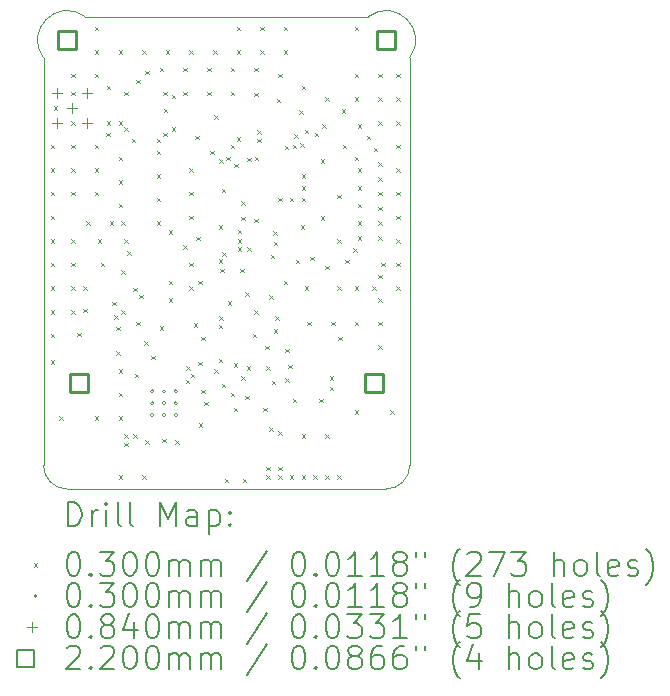
<source format=gbr>
%TF.GenerationSoftware,KiCad,Pcbnew,9.0.0*%
%TF.CreationDate,2025-11-27T12:56:08-07:00*%
%TF.ProjectId,OSS-Radio_2M70CM,4f53532d-5261-4646-996f-5f324d373043,rev?*%
%TF.SameCoordinates,Original*%
%TF.FileFunction,Drillmap*%
%TF.FilePolarity,Positive*%
%FSLAX45Y45*%
G04 Gerber Fmt 4.5, Leading zero omitted, Abs format (unit mm)*
G04 Created by KiCad (PCBNEW 9.0.0) date 2025-11-27 12:56:08*
%MOMM*%
%LPD*%
G01*
G04 APERTURE LIST*
%ADD10C,0.050000*%
%ADD11C,0.200000*%
%ADD12C,0.100000*%
%ADD13C,0.220000*%
G04 APERTURE END LIST*
D10*
X13450000Y-11800000D02*
X13450000Y-8350000D01*
X13650000Y-12000000D02*
G75*
G02*
X13450000Y-11800000I0J200000D01*
G01*
X13450000Y-8350000D02*
G75*
G02*
X13800000Y-8000000I200000J150000D01*
G01*
X16550000Y-11800000D02*
G75*
G02*
X16350000Y-12000000I-200000J0D01*
G01*
X16350000Y-12000000D02*
X13650000Y-12000000D01*
X13800000Y-8000000D02*
X16200000Y-8000000D01*
X16550000Y-8350000D02*
X16550000Y-11800000D01*
X16200000Y-8000000D02*
G75*
G02*
X16550000Y-8350000I150000J-200000D01*
G01*
D11*
D12*
X13510000Y-9085000D02*
X13540000Y-9115000D01*
X13540000Y-9085000D02*
X13510000Y-9115000D01*
X13510000Y-9285000D02*
X13540000Y-9315000D01*
X13540000Y-9285000D02*
X13510000Y-9315000D01*
X13510000Y-9485000D02*
X13540000Y-9515000D01*
X13540000Y-9485000D02*
X13510000Y-9515000D01*
X13510000Y-9685000D02*
X13540000Y-9715000D01*
X13540000Y-9685000D02*
X13510000Y-9715000D01*
X13510000Y-9885000D02*
X13540000Y-9915000D01*
X13540000Y-9885000D02*
X13510000Y-9915000D01*
X13510000Y-10085000D02*
X13540000Y-10115000D01*
X13540000Y-10085000D02*
X13510000Y-10115000D01*
X13510000Y-10285000D02*
X13540000Y-10315000D01*
X13540000Y-10285000D02*
X13510000Y-10315000D01*
X13510000Y-10485000D02*
X13540000Y-10515000D01*
X13540000Y-10485000D02*
X13510000Y-10515000D01*
X13510000Y-10685000D02*
X13540000Y-10715000D01*
X13540000Y-10685000D02*
X13510000Y-10715000D01*
X13510000Y-10910000D02*
X13540000Y-10940000D01*
X13540000Y-10910000D02*
X13510000Y-10940000D01*
X13535000Y-8760000D02*
X13565000Y-8790000D01*
X13565000Y-8760000D02*
X13535000Y-8790000D01*
X13585000Y-11385000D02*
X13615000Y-11415000D01*
X13615000Y-11385000D02*
X13585000Y-11415000D01*
X13685000Y-8485000D02*
X13715000Y-8515000D01*
X13715000Y-8485000D02*
X13685000Y-8515000D01*
X13685000Y-8635000D02*
X13715000Y-8665000D01*
X13715000Y-8635000D02*
X13685000Y-8665000D01*
X13685000Y-8885000D02*
X13715000Y-8915000D01*
X13715000Y-8885000D02*
X13685000Y-8915000D01*
X13685000Y-9085000D02*
X13715000Y-9115000D01*
X13715000Y-9085000D02*
X13685000Y-9115000D01*
X13685000Y-9285000D02*
X13715000Y-9315000D01*
X13715000Y-9285000D02*
X13685000Y-9315000D01*
X13685000Y-9485000D02*
X13715000Y-9515000D01*
X13715000Y-9485000D02*
X13685000Y-9515000D01*
X13685000Y-9885000D02*
X13715000Y-9915000D01*
X13715000Y-9885000D02*
X13685000Y-9915000D01*
X13685000Y-10085000D02*
X13715000Y-10115000D01*
X13715000Y-10085000D02*
X13685000Y-10115000D01*
X13685000Y-10285000D02*
X13715000Y-10315000D01*
X13715000Y-10285000D02*
X13685000Y-10315000D01*
X13685000Y-10485000D02*
X13715000Y-10515000D01*
X13715000Y-10485000D02*
X13685000Y-10515000D01*
X13735000Y-10675000D02*
X13765000Y-10705000D01*
X13765000Y-10675000D02*
X13735000Y-10705000D01*
X13785000Y-10285000D02*
X13815000Y-10315000D01*
X13815000Y-10285000D02*
X13785000Y-10315000D01*
X13785000Y-10472500D02*
X13815000Y-10502500D01*
X13815000Y-10472500D02*
X13785000Y-10502500D01*
X13810000Y-9735000D02*
X13840000Y-9765000D01*
X13840000Y-9735000D02*
X13810000Y-9765000D01*
X13885000Y-8085000D02*
X13915000Y-8115000D01*
X13915000Y-8085000D02*
X13885000Y-8115000D01*
X13885000Y-8285000D02*
X13915000Y-8315000D01*
X13915000Y-8285000D02*
X13885000Y-8315000D01*
X13885000Y-8485000D02*
X13915000Y-8515000D01*
X13915000Y-8485000D02*
X13885000Y-8515000D01*
X13885000Y-9085000D02*
X13915000Y-9115000D01*
X13915000Y-9085000D02*
X13885000Y-9115000D01*
X13885000Y-9285000D02*
X13915000Y-9315000D01*
X13915000Y-9285000D02*
X13885000Y-9315000D01*
X13885000Y-9485000D02*
X13915000Y-9515000D01*
X13915000Y-9485000D02*
X13885000Y-9515000D01*
X13885000Y-11385000D02*
X13915000Y-11415000D01*
X13915000Y-11385000D02*
X13885000Y-11415000D01*
X13910000Y-9885000D02*
X13940000Y-9915000D01*
X13940000Y-9885000D02*
X13910000Y-9915000D01*
X13935000Y-10085000D02*
X13965000Y-10115000D01*
X13965000Y-10085000D02*
X13935000Y-10115000D01*
X13981942Y-8984763D02*
X14011942Y-9014763D01*
X14011942Y-8984763D02*
X13981942Y-9014763D01*
X13985000Y-8585000D02*
X14015000Y-8615000D01*
X14015000Y-8585000D02*
X13985000Y-8615000D01*
X13985000Y-8885000D02*
X14015000Y-8915000D01*
X14015000Y-8885000D02*
X13985000Y-8915000D01*
X14010000Y-9735000D02*
X14040000Y-9765000D01*
X14040000Y-9735000D02*
X14010000Y-9765000D01*
X14032790Y-10416228D02*
X14062790Y-10446228D01*
X14062790Y-10416228D02*
X14032790Y-10446228D01*
X14047500Y-10527500D02*
X14077500Y-10557500D01*
X14077500Y-10527500D02*
X14047500Y-10557500D01*
X14065000Y-10625000D02*
X14095000Y-10655000D01*
X14095000Y-10625000D02*
X14065000Y-10655000D01*
X14065000Y-10835000D02*
X14095000Y-10865000D01*
X14095000Y-10835000D02*
X14065000Y-10865000D01*
X14085000Y-8285000D02*
X14115000Y-8315000D01*
X14115000Y-8285000D02*
X14085000Y-8315000D01*
X14085000Y-8885000D02*
X14115000Y-8915000D01*
X14115000Y-8885000D02*
X14085000Y-8915000D01*
X14085000Y-9185000D02*
X14115000Y-9215000D01*
X14115000Y-9185000D02*
X14085000Y-9215000D01*
X14085000Y-9385000D02*
X14115000Y-9415000D01*
X14115000Y-9385000D02*
X14085000Y-9415000D01*
X14085000Y-9585000D02*
X14115000Y-9615000D01*
X14115000Y-9585000D02*
X14085000Y-9615000D01*
X14085000Y-10985000D02*
X14115000Y-11015000D01*
X14115000Y-10985000D02*
X14085000Y-11015000D01*
X14085000Y-11185000D02*
X14115000Y-11215000D01*
X14115000Y-11185000D02*
X14085000Y-11215000D01*
X14085000Y-11385000D02*
X14115000Y-11415000D01*
X14115000Y-11385000D02*
X14085000Y-11415000D01*
X14085000Y-11885000D02*
X14115000Y-11915000D01*
X14115000Y-11885000D02*
X14085000Y-11915000D01*
X14110000Y-9735000D02*
X14140000Y-9765000D01*
X14140000Y-9735000D02*
X14110000Y-9765000D01*
X14110000Y-10147500D02*
X14140000Y-10177500D01*
X14140000Y-10147500D02*
X14110000Y-10177500D01*
X14110000Y-10485000D02*
X14140000Y-10515000D01*
X14140000Y-10485000D02*
X14110000Y-10515000D01*
X14135000Y-8635000D02*
X14165000Y-8665000D01*
X14165000Y-8635000D02*
X14135000Y-8665000D01*
X14135000Y-8935000D02*
X14165000Y-8965000D01*
X14165000Y-8935000D02*
X14135000Y-8965000D01*
X14135000Y-9885000D02*
X14165000Y-9915000D01*
X14165000Y-9885000D02*
X14135000Y-9915000D01*
X14135000Y-11535000D02*
X14165000Y-11565000D01*
X14165000Y-11535000D02*
X14135000Y-11565000D01*
X14135000Y-11610000D02*
X14165000Y-11640000D01*
X14165000Y-11610000D02*
X14135000Y-11640000D01*
X14160000Y-9985000D02*
X14190000Y-10015000D01*
X14190000Y-9985000D02*
X14160000Y-10015000D01*
X14197500Y-9035000D02*
X14227500Y-9065000D01*
X14227500Y-9035000D02*
X14197500Y-9065000D01*
X14210000Y-10297500D02*
X14240000Y-10327500D01*
X14240000Y-10297500D02*
X14210000Y-10327500D01*
X14210000Y-11535000D02*
X14240000Y-11565000D01*
X14240000Y-11535000D02*
X14210000Y-11565000D01*
X14222500Y-11022500D02*
X14252500Y-11052500D01*
X14252500Y-11022500D02*
X14222500Y-11052500D01*
X14235000Y-8535000D02*
X14265000Y-8565000D01*
X14265000Y-8535000D02*
X14235000Y-8565000D01*
X14235000Y-10585000D02*
X14265000Y-10615000D01*
X14265000Y-10585000D02*
X14235000Y-10615000D01*
X14262000Y-10356250D02*
X14292000Y-10386250D01*
X14292000Y-10356250D02*
X14262000Y-10386250D01*
X14285000Y-8285000D02*
X14315000Y-8315000D01*
X14315000Y-8285000D02*
X14285000Y-8315000D01*
X14285000Y-11885000D02*
X14315000Y-11915000D01*
X14315000Y-11885000D02*
X14285000Y-11915000D01*
X14303650Y-10747401D02*
X14333650Y-10777401D01*
X14333650Y-10747401D02*
X14303650Y-10777401D01*
X14310000Y-8460000D02*
X14340000Y-8490000D01*
X14340000Y-8460000D02*
X14310000Y-8490000D01*
X14310000Y-11585000D02*
X14340000Y-11615000D01*
X14340000Y-11585000D02*
X14310000Y-11615000D01*
X14360000Y-10872500D02*
X14390000Y-10902500D01*
X14390000Y-10872500D02*
X14360000Y-10902500D01*
X14410000Y-9035000D02*
X14440000Y-9065000D01*
X14440000Y-9035000D02*
X14410000Y-9065000D01*
X14410000Y-9135000D02*
X14440000Y-9165000D01*
X14440000Y-9135000D02*
X14410000Y-9165000D01*
X14410000Y-9335000D02*
X14440000Y-9365000D01*
X14440000Y-9335000D02*
X14410000Y-9365000D01*
X14410000Y-9535000D02*
X14440000Y-9565000D01*
X14440000Y-9535000D02*
X14410000Y-9565000D01*
X14410000Y-9735000D02*
X14440000Y-9765000D01*
X14440000Y-9735000D02*
X14410000Y-9765000D01*
X14435000Y-8435000D02*
X14465000Y-8465000D01*
X14465000Y-8435000D02*
X14435000Y-8465000D01*
X14435000Y-10622500D02*
X14465000Y-10652500D01*
X14465000Y-10622500D02*
X14435000Y-10652500D01*
X14455000Y-11575000D02*
X14485000Y-11605000D01*
X14485000Y-11575000D02*
X14455000Y-11605000D01*
X14462215Y-8985087D02*
X14492215Y-9015087D01*
X14492215Y-8985087D02*
X14462215Y-9015087D01*
X14465000Y-8635000D02*
X14495000Y-8665000D01*
X14495000Y-8635000D02*
X14465000Y-8665000D01*
X14468509Y-8780254D02*
X14498509Y-8810254D01*
X14498509Y-8780254D02*
X14468509Y-8810254D01*
X14485000Y-8285000D02*
X14515000Y-8315000D01*
X14515000Y-8285000D02*
X14485000Y-8315000D01*
X14510000Y-9810000D02*
X14540000Y-9840000D01*
X14540000Y-9810000D02*
X14510000Y-9840000D01*
X14510000Y-10235000D02*
X14540000Y-10265000D01*
X14540000Y-10235000D02*
X14510000Y-10265000D01*
X14510000Y-10385000D02*
X14540000Y-10415000D01*
X14540000Y-10385000D02*
X14510000Y-10415000D01*
X14535000Y-8660000D02*
X14565000Y-8690000D01*
X14565000Y-8660000D02*
X14535000Y-8690000D01*
X14535000Y-8935000D02*
X14565000Y-8965000D01*
X14565000Y-8935000D02*
X14535000Y-8965000D01*
X14564365Y-11587390D02*
X14594365Y-11617390D01*
X14594365Y-11587390D02*
X14564365Y-11617390D01*
X14635000Y-8435000D02*
X14665000Y-8465000D01*
X14665000Y-8435000D02*
X14635000Y-8465000D01*
X14635000Y-8635000D02*
X14665000Y-8665000D01*
X14665000Y-8635000D02*
X14635000Y-8665000D01*
X14635000Y-9935000D02*
X14665000Y-9965000D01*
X14665000Y-9935000D02*
X14635000Y-9965000D01*
X14655000Y-11075000D02*
X14685000Y-11105000D01*
X14685000Y-11075000D02*
X14655000Y-11105000D01*
X14660000Y-10960000D02*
X14690000Y-10990000D01*
X14690000Y-10960000D02*
X14660000Y-10990000D01*
X14685000Y-8285000D02*
X14715000Y-8315000D01*
X14715000Y-8285000D02*
X14685000Y-8315000D01*
X14685000Y-9285000D02*
X14715000Y-9315000D01*
X14715000Y-9285000D02*
X14685000Y-9315000D01*
X14685000Y-9485000D02*
X14715000Y-9515000D01*
X14715000Y-9485000D02*
X14685000Y-9515000D01*
X14685000Y-9685000D02*
X14715000Y-9715000D01*
X14715000Y-9685000D02*
X14685000Y-9715000D01*
X14685000Y-10085000D02*
X14715000Y-10115000D01*
X14715000Y-10085000D02*
X14685000Y-10115000D01*
X14685000Y-10285000D02*
X14715000Y-10315000D01*
X14715000Y-10285000D02*
X14685000Y-10315000D01*
X14697500Y-11022500D02*
X14727500Y-11052500D01*
X14727500Y-11022500D02*
X14697500Y-11052500D01*
X14722500Y-10597500D02*
X14752500Y-10627500D01*
X14752500Y-10597500D02*
X14722500Y-10627500D01*
X14735000Y-9010000D02*
X14765000Y-9040000D01*
X14765000Y-9010000D02*
X14735000Y-9040000D01*
X14745000Y-9865000D02*
X14775000Y-9895000D01*
X14775000Y-9865000D02*
X14745000Y-9895000D01*
X14760000Y-10235000D02*
X14790000Y-10265000D01*
X14790000Y-10235000D02*
X14760000Y-10265000D01*
X14760000Y-10922500D02*
X14790000Y-10952500D01*
X14790000Y-10922500D02*
X14760000Y-10952500D01*
X14765000Y-11445000D02*
X14795000Y-11475000D01*
X14795000Y-11445000D02*
X14765000Y-11475000D01*
X14785000Y-11160000D02*
X14815000Y-11190000D01*
X14815000Y-11160000D02*
X14785000Y-11190000D01*
X14785100Y-10710000D02*
X14815100Y-10740000D01*
X14815100Y-10710000D02*
X14785100Y-10740000D01*
X14810000Y-11260000D02*
X14840000Y-11290000D01*
X14840000Y-11260000D02*
X14810000Y-11290000D01*
X14835000Y-8435000D02*
X14865000Y-8465000D01*
X14865000Y-8435000D02*
X14835000Y-8465000D01*
X14835000Y-8635000D02*
X14865000Y-8665000D01*
X14865000Y-8635000D02*
X14835000Y-8665000D01*
X14860000Y-9135000D02*
X14890000Y-9165000D01*
X14890000Y-9135000D02*
X14860000Y-9165000D01*
X14885000Y-8285000D02*
X14915000Y-8315000D01*
X14915000Y-8285000D02*
X14885000Y-8315000D01*
X14895500Y-10985000D02*
X14925500Y-11015000D01*
X14925500Y-10985000D02*
X14895500Y-11015000D01*
X14897500Y-8835000D02*
X14927500Y-8865000D01*
X14927500Y-8835000D02*
X14897500Y-8865000D01*
X14932700Y-10055980D02*
X14962700Y-10085980D01*
X14962700Y-10055980D02*
X14932700Y-10085980D01*
X14935000Y-9765000D02*
X14965000Y-9795000D01*
X14965000Y-9765000D02*
X14935000Y-9795000D01*
X14935000Y-10610000D02*
X14965000Y-10640000D01*
X14965000Y-10610000D02*
X14935000Y-10640000D01*
X14935000Y-10897500D02*
X14965000Y-10927500D01*
X14965000Y-10897500D02*
X14935000Y-10927500D01*
X14935500Y-9210000D02*
X14965500Y-9240000D01*
X14965500Y-9210000D02*
X14935500Y-9240000D01*
X14935500Y-10535000D02*
X14965500Y-10565000D01*
X14965500Y-10535000D02*
X14935500Y-10565000D01*
X14945000Y-10135000D02*
X14975000Y-10165000D01*
X14975000Y-10135000D02*
X14945000Y-10165000D01*
X14960000Y-9457500D02*
X14990000Y-9487500D01*
X14990000Y-9457500D02*
X14960000Y-9487500D01*
X14960000Y-11110000D02*
X14990000Y-11140000D01*
X14990000Y-11110000D02*
X14960000Y-11140000D01*
X14965000Y-9995000D02*
X14995000Y-10025000D01*
X14995000Y-9995000D02*
X14965000Y-10025000D01*
X14985000Y-11912500D02*
X15015000Y-11942500D01*
X15015000Y-11912500D02*
X14985000Y-11942500D01*
X14995706Y-9185500D02*
X15025706Y-9215500D01*
X15025706Y-9185500D02*
X14995706Y-9215500D01*
X15010000Y-10410000D02*
X15040000Y-10440000D01*
X15040000Y-10410000D02*
X15010000Y-10440000D01*
X15035000Y-8435000D02*
X15065000Y-8465000D01*
X15065000Y-8435000D02*
X15035000Y-8465000D01*
X15035000Y-8635000D02*
X15065000Y-8665000D01*
X15065000Y-8635000D02*
X15035000Y-8665000D01*
X15035000Y-9085000D02*
X15065000Y-9115000D01*
X15065000Y-9085000D02*
X15035000Y-9115000D01*
X15035000Y-11185000D02*
X15065000Y-11215000D01*
X15065000Y-11185000D02*
X15035000Y-11215000D01*
X15060000Y-11310000D02*
X15090000Y-11340000D01*
X15090000Y-11310000D02*
X15060000Y-11340000D01*
X15061965Y-10933690D02*
X15091965Y-10963690D01*
X15091965Y-10933690D02*
X15061965Y-10963690D01*
X15066200Y-9245500D02*
X15096200Y-9275500D01*
X15096200Y-9245500D02*
X15066200Y-9275500D01*
X15085000Y-8085000D02*
X15115000Y-8115000D01*
X15115000Y-8085000D02*
X15085000Y-8115000D01*
X15085000Y-8285000D02*
X15115000Y-8315000D01*
X15115000Y-8285000D02*
X15085000Y-8315000D01*
X15085000Y-9020000D02*
X15115000Y-9050000D01*
X15115000Y-9020000D02*
X15085000Y-9050000D01*
X15095000Y-9805000D02*
X15125000Y-9835000D01*
X15125000Y-9805000D02*
X15095000Y-9835000D01*
X15095000Y-9885000D02*
X15125000Y-9915000D01*
X15125000Y-9885000D02*
X15095000Y-9915000D01*
X15095000Y-9955000D02*
X15125000Y-9985000D01*
X15125000Y-9955000D02*
X15095000Y-9985000D01*
X15115000Y-10135000D02*
X15145000Y-10165000D01*
X15145000Y-10135000D02*
X15115000Y-10165000D01*
X15122500Y-11047500D02*
X15152500Y-11077500D01*
X15152500Y-11047500D02*
X15122500Y-11077500D01*
X15125000Y-9562500D02*
X15155000Y-9592500D01*
X15155000Y-9562500D02*
X15125000Y-9592500D01*
X15125000Y-9695000D02*
X15155000Y-9725000D01*
X15155000Y-9695000D02*
X15125000Y-9725000D01*
X15135000Y-11912500D02*
X15165000Y-11942500D01*
X15165000Y-11912500D02*
X15135000Y-11942500D01*
X15160000Y-10335000D02*
X15190000Y-10365000D01*
X15190000Y-10335000D02*
X15160000Y-10365000D01*
X15160000Y-11210000D02*
X15190000Y-11240000D01*
X15190000Y-11210000D02*
X15160000Y-11240000D01*
X15169547Y-10960000D02*
X15199547Y-10990000D01*
X15199547Y-10960000D02*
X15169547Y-10990000D01*
X15173546Y-9196454D02*
X15203546Y-9226454D01*
X15203546Y-9196454D02*
X15173546Y-9226454D01*
X15175000Y-9955000D02*
X15205000Y-9985000D01*
X15205000Y-9955000D02*
X15175000Y-9985000D01*
X15220047Y-10685000D02*
X15250047Y-10715000D01*
X15250047Y-10685000D02*
X15220047Y-10715000D01*
X15235000Y-8435000D02*
X15265000Y-8465000D01*
X15265000Y-8435000D02*
X15235000Y-8465000D01*
X15235000Y-8645000D02*
X15265000Y-8675000D01*
X15265000Y-8645000D02*
X15235000Y-8675000D01*
X15235000Y-9710000D02*
X15265000Y-9740000D01*
X15265000Y-9710000D02*
X15235000Y-9740000D01*
X15235000Y-10485000D02*
X15265000Y-10515000D01*
X15265000Y-10485000D02*
X15235000Y-10515000D01*
X15237671Y-9185500D02*
X15267671Y-9215500D01*
X15267671Y-9185500D02*
X15237671Y-9215500D01*
X15260000Y-8962500D02*
X15290000Y-8992500D01*
X15290000Y-8962500D02*
X15260000Y-8992500D01*
X15260000Y-9034500D02*
X15290000Y-9064500D01*
X15290000Y-9034500D02*
X15260000Y-9064500D01*
X15285000Y-8085000D02*
X15315000Y-8115000D01*
X15315000Y-8085000D02*
X15285000Y-8115000D01*
X15285000Y-8285000D02*
X15315000Y-8315000D01*
X15315000Y-8285000D02*
X15285000Y-8315000D01*
X15310000Y-11310000D02*
X15340000Y-11340000D01*
X15340000Y-11310000D02*
X15310000Y-11340000D01*
X15328209Y-10788209D02*
X15358209Y-10818209D01*
X15358209Y-10788209D02*
X15328209Y-10818209D01*
X15335000Y-10960000D02*
X15365000Y-10990000D01*
X15365000Y-10960000D02*
X15335000Y-10990000D01*
X15335000Y-11810000D02*
X15365000Y-11840000D01*
X15365000Y-11810000D02*
X15335000Y-11840000D01*
X15335000Y-11885000D02*
X15365000Y-11915000D01*
X15365000Y-11885000D02*
X15335000Y-11915000D01*
X15360000Y-10360000D02*
X15390000Y-10390000D01*
X15390000Y-10360000D02*
X15360000Y-10390000D01*
X15360000Y-11477500D02*
X15390000Y-11507500D01*
X15390000Y-11477500D02*
X15360000Y-11507500D01*
X15375000Y-10015000D02*
X15405000Y-10045000D01*
X15405000Y-10015000D02*
X15375000Y-10045000D01*
X15382500Y-11085000D02*
X15412500Y-11115000D01*
X15412500Y-11085000D02*
X15382500Y-11115000D01*
X15396264Y-9818736D02*
X15426264Y-9848736D01*
X15426264Y-9818736D02*
X15396264Y-9848736D01*
X15397500Y-10647500D02*
X15427500Y-10677500D01*
X15427500Y-10647500D02*
X15397500Y-10677500D01*
X15398400Y-9905000D02*
X15428400Y-9935000D01*
X15428400Y-9905000D02*
X15398400Y-9935000D01*
X15410000Y-10535000D02*
X15440000Y-10565000D01*
X15440000Y-10535000D02*
X15410000Y-10565000D01*
X15425000Y-8695000D02*
X15455000Y-8725000D01*
X15455000Y-8695000D02*
X15425000Y-8725000D01*
X15435000Y-8485000D02*
X15465000Y-8515000D01*
X15465000Y-8485000D02*
X15435000Y-8515000D01*
X15435000Y-9535000D02*
X15465000Y-9565000D01*
X15465000Y-9535000D02*
X15435000Y-9565000D01*
X15435000Y-11510000D02*
X15465000Y-11540000D01*
X15465000Y-11510000D02*
X15435000Y-11540000D01*
X15435000Y-11810000D02*
X15465000Y-11840000D01*
X15465000Y-11810000D02*
X15435000Y-11840000D01*
X15435000Y-11885000D02*
X15465000Y-11915000D01*
X15465000Y-11885000D02*
X15435000Y-11915000D01*
X15485000Y-8085000D02*
X15515000Y-8115000D01*
X15515000Y-8085000D02*
X15485000Y-8115000D01*
X15485000Y-8285000D02*
X15515000Y-8315000D01*
X15515000Y-8285000D02*
X15485000Y-8315000D01*
X15485000Y-10235000D02*
X15515000Y-10265000D01*
X15515000Y-10235000D02*
X15485000Y-10265000D01*
X15493765Y-9094519D02*
X15523765Y-9124519D01*
X15523765Y-9094519D02*
X15493765Y-9124519D01*
X15497500Y-11060000D02*
X15527500Y-11090000D01*
X15527500Y-11060000D02*
X15497500Y-11090000D01*
X15498750Y-10810576D02*
X15528750Y-10840576D01*
X15528750Y-10810576D02*
X15498750Y-10840576D01*
X15521250Y-10946250D02*
X15551250Y-10976250D01*
X15551250Y-10946250D02*
X15521250Y-10976250D01*
X15535000Y-9535000D02*
X15565000Y-9565000D01*
X15565000Y-9535000D02*
X15535000Y-9565000D01*
X15535000Y-11885000D02*
X15565000Y-11915000D01*
X15565000Y-11885000D02*
X15535000Y-11915000D01*
X15558663Y-9085000D02*
X15588663Y-9115000D01*
X15588663Y-9085000D02*
X15558663Y-9115000D01*
X15560000Y-11235000D02*
X15590000Y-11265000D01*
X15590000Y-11235000D02*
X15560000Y-11265000D01*
X15575000Y-8995000D02*
X15605000Y-9025000D01*
X15605000Y-8995000D02*
X15575000Y-9025000D01*
X15585000Y-10060000D02*
X15615000Y-10090000D01*
X15615000Y-10060000D02*
X15585000Y-10090000D01*
X15615000Y-8795000D02*
X15645000Y-8825000D01*
X15645000Y-8795000D02*
X15615000Y-8825000D01*
X15622244Y-9071491D02*
X15652244Y-9101491D01*
X15652244Y-9071491D02*
X15622244Y-9101491D01*
X15628337Y-9766663D02*
X15658337Y-9796663D01*
X15658337Y-9766663D02*
X15628337Y-9796663D01*
X15635000Y-8585000D02*
X15665000Y-8615000D01*
X15665000Y-8585000D02*
X15635000Y-8615000D01*
X15635000Y-9335000D02*
X15665000Y-9365000D01*
X15665000Y-9335000D02*
X15635000Y-9365000D01*
X15635000Y-9435000D02*
X15665000Y-9465000D01*
X15665000Y-9435000D02*
X15635000Y-9465000D01*
X15635000Y-9535000D02*
X15665000Y-9565000D01*
X15665000Y-9535000D02*
X15635000Y-9565000D01*
X15635000Y-11535000D02*
X15665000Y-11565000D01*
X15665000Y-11535000D02*
X15635000Y-11565000D01*
X15635000Y-11885000D02*
X15665000Y-11915000D01*
X15665000Y-11885000D02*
X15635000Y-11915000D01*
X15660000Y-8960000D02*
X15690000Y-8990000D01*
X15690000Y-8960000D02*
X15660000Y-8990000D01*
X15660000Y-10285000D02*
X15690000Y-10315000D01*
X15690000Y-10285000D02*
X15660000Y-10315000D01*
X15685000Y-10585000D02*
X15715000Y-10615000D01*
X15715000Y-10585000D02*
X15685000Y-10615000D01*
X15709000Y-10035000D02*
X15739000Y-10065000D01*
X15739000Y-10035000D02*
X15709000Y-10065000D01*
X15735000Y-11885000D02*
X15765000Y-11915000D01*
X15765000Y-11885000D02*
X15735000Y-11915000D01*
X15745000Y-8985000D02*
X15775000Y-9015000D01*
X15775000Y-8985000D02*
X15745000Y-9015000D01*
X15785000Y-11235000D02*
X15815000Y-11265000D01*
X15815000Y-11235000D02*
X15785000Y-11265000D01*
X15797500Y-9210000D02*
X15827500Y-9240000D01*
X15827500Y-9210000D02*
X15797500Y-9240000D01*
X15797600Y-9688750D02*
X15827600Y-9718750D01*
X15827600Y-9688750D02*
X15797600Y-9718750D01*
X15810000Y-8910000D02*
X15840000Y-8940000D01*
X15840000Y-8910000D02*
X15810000Y-8940000D01*
X15835000Y-8685000D02*
X15865000Y-8715000D01*
X15865000Y-8685000D02*
X15835000Y-8715000D01*
X15835000Y-10110000D02*
X15865000Y-10140000D01*
X15865000Y-10110000D02*
X15835000Y-10140000D01*
X15835000Y-11535000D02*
X15865000Y-11565000D01*
X15865000Y-11535000D02*
X15835000Y-11565000D01*
X15835000Y-11885000D02*
X15865000Y-11915000D01*
X15865000Y-11885000D02*
X15835000Y-11915000D01*
X15872500Y-11047500D02*
X15902500Y-11077500D01*
X15902500Y-11047500D02*
X15872500Y-11077500D01*
X15872500Y-11135000D02*
X15902500Y-11165000D01*
X15902500Y-11135000D02*
X15872500Y-11165000D01*
X15885000Y-10585000D02*
X15915000Y-10615000D01*
X15915000Y-10585000D02*
X15885000Y-10615000D01*
X15935000Y-9510000D02*
X15965000Y-9540000D01*
X15965000Y-9510000D02*
X15935000Y-9540000D01*
X15935000Y-10285000D02*
X15965000Y-10315000D01*
X15965000Y-10285000D02*
X15935000Y-10315000D01*
X15935000Y-11885000D02*
X15965000Y-11915000D01*
X15965000Y-11885000D02*
X15935000Y-11915000D01*
X15936100Y-9885000D02*
X15966100Y-9915000D01*
X15966100Y-9885000D02*
X15936100Y-9915000D01*
X15947500Y-10710000D02*
X15977500Y-10740000D01*
X15977500Y-10710000D02*
X15947500Y-10740000D01*
X15975000Y-8785000D02*
X16005000Y-8815000D01*
X16005000Y-8785000D02*
X15975000Y-8815000D01*
X15985000Y-9085000D02*
X16015000Y-9115000D01*
X16015000Y-9085000D02*
X15985000Y-9115000D01*
X16005000Y-10060000D02*
X16035000Y-10090000D01*
X16035000Y-10060000D02*
X16005000Y-10090000D01*
X16072500Y-9960000D02*
X16102500Y-9990000D01*
X16102500Y-9960000D02*
X16072500Y-9990000D01*
X16083500Y-10285000D02*
X16113500Y-10315000D01*
X16113500Y-10285000D02*
X16083500Y-10315000D01*
X16085000Y-8085000D02*
X16115000Y-8115000D01*
X16115000Y-8085000D02*
X16085000Y-8115000D01*
X16085000Y-8485000D02*
X16115000Y-8515000D01*
X16115000Y-8485000D02*
X16085000Y-8515000D01*
X16085000Y-8685000D02*
X16115000Y-8715000D01*
X16115000Y-8685000D02*
X16085000Y-8715000D01*
X16085000Y-9185000D02*
X16115000Y-9215000D01*
X16115000Y-9185000D02*
X16085000Y-9215000D01*
X16085000Y-10585000D02*
X16115000Y-10615000D01*
X16115000Y-10585000D02*
X16085000Y-10615000D01*
X16085000Y-11335000D02*
X16115000Y-11365000D01*
X16115000Y-11335000D02*
X16085000Y-11365000D01*
X16110000Y-8910000D02*
X16140000Y-8940000D01*
X16140000Y-8910000D02*
X16110000Y-8940000D01*
X16110000Y-9285000D02*
X16140000Y-9315000D01*
X16140000Y-9285000D02*
X16110000Y-9315000D01*
X16110000Y-9435000D02*
X16140000Y-9465000D01*
X16140000Y-9435000D02*
X16110000Y-9465000D01*
X16110000Y-9585000D02*
X16140000Y-9615000D01*
X16140000Y-9585000D02*
X16110000Y-9615000D01*
X16110000Y-9735000D02*
X16140000Y-9765000D01*
X16140000Y-9735000D02*
X16110000Y-9765000D01*
X16110000Y-9860000D02*
X16140000Y-9890000D01*
X16140000Y-9860000D02*
X16110000Y-9890000D01*
X16185000Y-9010000D02*
X16215000Y-9040000D01*
X16215000Y-9010000D02*
X16185000Y-9040000D01*
X16235000Y-10285000D02*
X16265000Y-10315000D01*
X16265000Y-10285000D02*
X16235000Y-10315000D01*
X16247500Y-9110000D02*
X16277500Y-9140000D01*
X16277500Y-9110000D02*
X16247500Y-9140000D01*
X16285000Y-8485000D02*
X16315000Y-8515000D01*
X16315000Y-8485000D02*
X16285000Y-8515000D01*
X16285000Y-8685000D02*
X16315000Y-8715000D01*
X16315000Y-8685000D02*
X16285000Y-8715000D01*
X16285000Y-8885000D02*
X16315000Y-8915000D01*
X16315000Y-8885000D02*
X16285000Y-8915000D01*
X16285000Y-9235000D02*
X16315000Y-9265000D01*
X16315000Y-9235000D02*
X16285000Y-9265000D01*
X16285000Y-9360000D02*
X16315000Y-9390000D01*
X16315000Y-9360000D02*
X16285000Y-9390000D01*
X16285000Y-9485000D02*
X16315000Y-9515000D01*
X16315000Y-9485000D02*
X16285000Y-9515000D01*
X16285000Y-9610000D02*
X16315000Y-9640000D01*
X16315000Y-9610000D02*
X16285000Y-9640000D01*
X16285000Y-9735000D02*
X16315000Y-9765000D01*
X16315000Y-9735000D02*
X16285000Y-9765000D01*
X16285000Y-9860000D02*
X16315000Y-9890000D01*
X16315000Y-9860000D02*
X16285000Y-9890000D01*
X16285000Y-10185000D02*
X16315000Y-10215000D01*
X16315000Y-10185000D02*
X16285000Y-10215000D01*
X16285000Y-10385000D02*
X16315000Y-10415000D01*
X16315000Y-10385000D02*
X16285000Y-10415000D01*
X16285000Y-10585000D02*
X16315000Y-10615000D01*
X16315000Y-10585000D02*
X16285000Y-10615000D01*
X16285000Y-10785000D02*
X16315000Y-10815000D01*
X16315000Y-10785000D02*
X16285000Y-10815000D01*
X16310000Y-10085000D02*
X16340000Y-10115000D01*
X16340000Y-10085000D02*
X16310000Y-10115000D01*
X16385000Y-11335000D02*
X16415000Y-11365000D01*
X16415000Y-11335000D02*
X16385000Y-11365000D01*
X16435000Y-8485000D02*
X16465000Y-8515000D01*
X16465000Y-8485000D02*
X16435000Y-8515000D01*
X16435000Y-8685000D02*
X16465000Y-8715000D01*
X16465000Y-8685000D02*
X16435000Y-8715000D01*
X16435000Y-8885000D02*
X16465000Y-8915000D01*
X16465000Y-8885000D02*
X16435000Y-8915000D01*
X16435000Y-9085000D02*
X16465000Y-9115000D01*
X16465000Y-9085000D02*
X16435000Y-9115000D01*
X16435000Y-9285000D02*
X16465000Y-9315000D01*
X16465000Y-9285000D02*
X16435000Y-9315000D01*
X16435000Y-9485000D02*
X16465000Y-9515000D01*
X16465000Y-9485000D02*
X16435000Y-9515000D01*
X16435000Y-9685000D02*
X16465000Y-9715000D01*
X16465000Y-9685000D02*
X16435000Y-9715000D01*
X16435000Y-9885000D02*
X16465000Y-9915000D01*
X16465000Y-9885000D02*
X16435000Y-9915000D01*
X16435000Y-10085000D02*
X16465000Y-10115000D01*
X16465000Y-10085000D02*
X16435000Y-10115000D01*
X16435000Y-10285000D02*
X16465000Y-10315000D01*
X16465000Y-10285000D02*
X16435000Y-10315000D01*
X14385000Y-11173750D02*
G75*
G02*
X14355000Y-11173750I-15000J0D01*
G01*
X14355000Y-11173750D02*
G75*
G02*
X14385000Y-11173750I15000J0D01*
G01*
X14385000Y-11273750D02*
G75*
G02*
X14355000Y-11273750I-15000J0D01*
G01*
X14355000Y-11273750D02*
G75*
G02*
X14385000Y-11273750I15000J0D01*
G01*
X14385000Y-11373750D02*
G75*
G02*
X14355000Y-11373750I-15000J0D01*
G01*
X14355000Y-11373750D02*
G75*
G02*
X14385000Y-11373750I15000J0D01*
G01*
X14485000Y-11173750D02*
G75*
G02*
X14455000Y-11173750I-15000J0D01*
G01*
X14455000Y-11173750D02*
G75*
G02*
X14485000Y-11173750I15000J0D01*
G01*
X14485000Y-11273750D02*
G75*
G02*
X14455000Y-11273750I-15000J0D01*
G01*
X14455000Y-11273750D02*
G75*
G02*
X14485000Y-11273750I15000J0D01*
G01*
X14485000Y-11373750D02*
G75*
G02*
X14455000Y-11373750I-15000J0D01*
G01*
X14455000Y-11373750D02*
G75*
G02*
X14485000Y-11373750I15000J0D01*
G01*
X14585000Y-11173750D02*
G75*
G02*
X14555000Y-11173750I-15000J0D01*
G01*
X14555000Y-11173750D02*
G75*
G02*
X14585000Y-11173750I15000J0D01*
G01*
X14585000Y-11273750D02*
G75*
G02*
X14555000Y-11273750I-15000J0D01*
G01*
X14555000Y-11273750D02*
G75*
G02*
X14585000Y-11273750I15000J0D01*
G01*
X14585000Y-11373750D02*
G75*
G02*
X14555000Y-11373750I-15000J0D01*
G01*
X14555000Y-11373750D02*
G75*
G02*
X14585000Y-11373750I15000J0D01*
G01*
X13564987Y-8606000D02*
X13564987Y-8690000D01*
X13522987Y-8648000D02*
X13606987Y-8648000D01*
X13564987Y-8860000D02*
X13564987Y-8944000D01*
X13522987Y-8902000D02*
X13606987Y-8902000D01*
X13691987Y-8733000D02*
X13691987Y-8817000D01*
X13649987Y-8775000D02*
X13733987Y-8775000D01*
X13818987Y-8606000D02*
X13818987Y-8690000D01*
X13776987Y-8648000D02*
X13860987Y-8648000D01*
X13818987Y-8860000D02*
X13818987Y-8944000D01*
X13776987Y-8902000D02*
X13860987Y-8902000D01*
D13*
X13727782Y-8277782D02*
X13727782Y-8122217D01*
X13572217Y-8122217D01*
X13572217Y-8277782D01*
X13727782Y-8277782D01*
X13827782Y-11177783D02*
X13827782Y-11022218D01*
X13672217Y-11022218D01*
X13672217Y-11177783D01*
X13827782Y-11177783D01*
X16327782Y-11177783D02*
X16327782Y-11022218D01*
X16172217Y-11022218D01*
X16172217Y-11177783D01*
X16327782Y-11177783D01*
X16427782Y-8277782D02*
X16427782Y-8122217D01*
X16272217Y-8122217D01*
X16272217Y-8277782D01*
X16427782Y-8277782D01*
D11*
X13658277Y-12313984D02*
X13658277Y-12113984D01*
X13658277Y-12113984D02*
X13705896Y-12113984D01*
X13705896Y-12113984D02*
X13734467Y-12123508D01*
X13734467Y-12123508D02*
X13753515Y-12142555D01*
X13753515Y-12142555D02*
X13763039Y-12161603D01*
X13763039Y-12161603D02*
X13772562Y-12199698D01*
X13772562Y-12199698D02*
X13772562Y-12228269D01*
X13772562Y-12228269D02*
X13763039Y-12266365D01*
X13763039Y-12266365D02*
X13753515Y-12285412D01*
X13753515Y-12285412D02*
X13734467Y-12304460D01*
X13734467Y-12304460D02*
X13705896Y-12313984D01*
X13705896Y-12313984D02*
X13658277Y-12313984D01*
X13858277Y-12313984D02*
X13858277Y-12180650D01*
X13858277Y-12218746D02*
X13867801Y-12199698D01*
X13867801Y-12199698D02*
X13877324Y-12190174D01*
X13877324Y-12190174D02*
X13896372Y-12180650D01*
X13896372Y-12180650D02*
X13915420Y-12180650D01*
X13982086Y-12313984D02*
X13982086Y-12180650D01*
X13982086Y-12113984D02*
X13972562Y-12123508D01*
X13972562Y-12123508D02*
X13982086Y-12133031D01*
X13982086Y-12133031D02*
X13991610Y-12123508D01*
X13991610Y-12123508D02*
X13982086Y-12113984D01*
X13982086Y-12113984D02*
X13982086Y-12133031D01*
X14105896Y-12313984D02*
X14086848Y-12304460D01*
X14086848Y-12304460D02*
X14077324Y-12285412D01*
X14077324Y-12285412D02*
X14077324Y-12113984D01*
X14210658Y-12313984D02*
X14191610Y-12304460D01*
X14191610Y-12304460D02*
X14182086Y-12285412D01*
X14182086Y-12285412D02*
X14182086Y-12113984D01*
X14439229Y-12313984D02*
X14439229Y-12113984D01*
X14439229Y-12113984D02*
X14505896Y-12256841D01*
X14505896Y-12256841D02*
X14572562Y-12113984D01*
X14572562Y-12113984D02*
X14572562Y-12313984D01*
X14753515Y-12313984D02*
X14753515Y-12209222D01*
X14753515Y-12209222D02*
X14743991Y-12190174D01*
X14743991Y-12190174D02*
X14724943Y-12180650D01*
X14724943Y-12180650D02*
X14686848Y-12180650D01*
X14686848Y-12180650D02*
X14667801Y-12190174D01*
X14753515Y-12304460D02*
X14734467Y-12313984D01*
X14734467Y-12313984D02*
X14686848Y-12313984D01*
X14686848Y-12313984D02*
X14667801Y-12304460D01*
X14667801Y-12304460D02*
X14658277Y-12285412D01*
X14658277Y-12285412D02*
X14658277Y-12266365D01*
X14658277Y-12266365D02*
X14667801Y-12247317D01*
X14667801Y-12247317D02*
X14686848Y-12237793D01*
X14686848Y-12237793D02*
X14734467Y-12237793D01*
X14734467Y-12237793D02*
X14753515Y-12228269D01*
X14848753Y-12180650D02*
X14848753Y-12380650D01*
X14848753Y-12190174D02*
X14867801Y-12180650D01*
X14867801Y-12180650D02*
X14905896Y-12180650D01*
X14905896Y-12180650D02*
X14924943Y-12190174D01*
X14924943Y-12190174D02*
X14934467Y-12199698D01*
X14934467Y-12199698D02*
X14943991Y-12218746D01*
X14943991Y-12218746D02*
X14943991Y-12275888D01*
X14943991Y-12275888D02*
X14934467Y-12294936D01*
X14934467Y-12294936D02*
X14924943Y-12304460D01*
X14924943Y-12304460D02*
X14905896Y-12313984D01*
X14905896Y-12313984D02*
X14867801Y-12313984D01*
X14867801Y-12313984D02*
X14848753Y-12304460D01*
X15029705Y-12294936D02*
X15039229Y-12304460D01*
X15039229Y-12304460D02*
X15029705Y-12313984D01*
X15029705Y-12313984D02*
X15020182Y-12304460D01*
X15020182Y-12304460D02*
X15029705Y-12294936D01*
X15029705Y-12294936D02*
X15029705Y-12313984D01*
X15029705Y-12190174D02*
X15039229Y-12199698D01*
X15039229Y-12199698D02*
X15029705Y-12209222D01*
X15029705Y-12209222D02*
X15020182Y-12199698D01*
X15020182Y-12199698D02*
X15029705Y-12190174D01*
X15029705Y-12190174D02*
X15029705Y-12209222D01*
D12*
X13367500Y-12627500D02*
X13397500Y-12657500D01*
X13397500Y-12627500D02*
X13367500Y-12657500D01*
D11*
X13696372Y-12533984D02*
X13715420Y-12533984D01*
X13715420Y-12533984D02*
X13734467Y-12543508D01*
X13734467Y-12543508D02*
X13743991Y-12553031D01*
X13743991Y-12553031D02*
X13753515Y-12572079D01*
X13753515Y-12572079D02*
X13763039Y-12610174D01*
X13763039Y-12610174D02*
X13763039Y-12657793D01*
X13763039Y-12657793D02*
X13753515Y-12695888D01*
X13753515Y-12695888D02*
X13743991Y-12714936D01*
X13743991Y-12714936D02*
X13734467Y-12724460D01*
X13734467Y-12724460D02*
X13715420Y-12733984D01*
X13715420Y-12733984D02*
X13696372Y-12733984D01*
X13696372Y-12733984D02*
X13677324Y-12724460D01*
X13677324Y-12724460D02*
X13667801Y-12714936D01*
X13667801Y-12714936D02*
X13658277Y-12695888D01*
X13658277Y-12695888D02*
X13648753Y-12657793D01*
X13648753Y-12657793D02*
X13648753Y-12610174D01*
X13648753Y-12610174D02*
X13658277Y-12572079D01*
X13658277Y-12572079D02*
X13667801Y-12553031D01*
X13667801Y-12553031D02*
X13677324Y-12543508D01*
X13677324Y-12543508D02*
X13696372Y-12533984D01*
X13848753Y-12714936D02*
X13858277Y-12724460D01*
X13858277Y-12724460D02*
X13848753Y-12733984D01*
X13848753Y-12733984D02*
X13839229Y-12724460D01*
X13839229Y-12724460D02*
X13848753Y-12714936D01*
X13848753Y-12714936D02*
X13848753Y-12733984D01*
X13924943Y-12533984D02*
X14048753Y-12533984D01*
X14048753Y-12533984D02*
X13982086Y-12610174D01*
X13982086Y-12610174D02*
X14010658Y-12610174D01*
X14010658Y-12610174D02*
X14029705Y-12619698D01*
X14029705Y-12619698D02*
X14039229Y-12629222D01*
X14039229Y-12629222D02*
X14048753Y-12648269D01*
X14048753Y-12648269D02*
X14048753Y-12695888D01*
X14048753Y-12695888D02*
X14039229Y-12714936D01*
X14039229Y-12714936D02*
X14029705Y-12724460D01*
X14029705Y-12724460D02*
X14010658Y-12733984D01*
X14010658Y-12733984D02*
X13953515Y-12733984D01*
X13953515Y-12733984D02*
X13934467Y-12724460D01*
X13934467Y-12724460D02*
X13924943Y-12714936D01*
X14172562Y-12533984D02*
X14191610Y-12533984D01*
X14191610Y-12533984D02*
X14210658Y-12543508D01*
X14210658Y-12543508D02*
X14220182Y-12553031D01*
X14220182Y-12553031D02*
X14229705Y-12572079D01*
X14229705Y-12572079D02*
X14239229Y-12610174D01*
X14239229Y-12610174D02*
X14239229Y-12657793D01*
X14239229Y-12657793D02*
X14229705Y-12695888D01*
X14229705Y-12695888D02*
X14220182Y-12714936D01*
X14220182Y-12714936D02*
X14210658Y-12724460D01*
X14210658Y-12724460D02*
X14191610Y-12733984D01*
X14191610Y-12733984D02*
X14172562Y-12733984D01*
X14172562Y-12733984D02*
X14153515Y-12724460D01*
X14153515Y-12724460D02*
X14143991Y-12714936D01*
X14143991Y-12714936D02*
X14134467Y-12695888D01*
X14134467Y-12695888D02*
X14124943Y-12657793D01*
X14124943Y-12657793D02*
X14124943Y-12610174D01*
X14124943Y-12610174D02*
X14134467Y-12572079D01*
X14134467Y-12572079D02*
X14143991Y-12553031D01*
X14143991Y-12553031D02*
X14153515Y-12543508D01*
X14153515Y-12543508D02*
X14172562Y-12533984D01*
X14363039Y-12533984D02*
X14382086Y-12533984D01*
X14382086Y-12533984D02*
X14401134Y-12543508D01*
X14401134Y-12543508D02*
X14410658Y-12553031D01*
X14410658Y-12553031D02*
X14420182Y-12572079D01*
X14420182Y-12572079D02*
X14429705Y-12610174D01*
X14429705Y-12610174D02*
X14429705Y-12657793D01*
X14429705Y-12657793D02*
X14420182Y-12695888D01*
X14420182Y-12695888D02*
X14410658Y-12714936D01*
X14410658Y-12714936D02*
X14401134Y-12724460D01*
X14401134Y-12724460D02*
X14382086Y-12733984D01*
X14382086Y-12733984D02*
X14363039Y-12733984D01*
X14363039Y-12733984D02*
X14343991Y-12724460D01*
X14343991Y-12724460D02*
X14334467Y-12714936D01*
X14334467Y-12714936D02*
X14324943Y-12695888D01*
X14324943Y-12695888D02*
X14315420Y-12657793D01*
X14315420Y-12657793D02*
X14315420Y-12610174D01*
X14315420Y-12610174D02*
X14324943Y-12572079D01*
X14324943Y-12572079D02*
X14334467Y-12553031D01*
X14334467Y-12553031D02*
X14343991Y-12543508D01*
X14343991Y-12543508D02*
X14363039Y-12533984D01*
X14515420Y-12733984D02*
X14515420Y-12600650D01*
X14515420Y-12619698D02*
X14524943Y-12610174D01*
X14524943Y-12610174D02*
X14543991Y-12600650D01*
X14543991Y-12600650D02*
X14572563Y-12600650D01*
X14572563Y-12600650D02*
X14591610Y-12610174D01*
X14591610Y-12610174D02*
X14601134Y-12629222D01*
X14601134Y-12629222D02*
X14601134Y-12733984D01*
X14601134Y-12629222D02*
X14610658Y-12610174D01*
X14610658Y-12610174D02*
X14629705Y-12600650D01*
X14629705Y-12600650D02*
X14658277Y-12600650D01*
X14658277Y-12600650D02*
X14677324Y-12610174D01*
X14677324Y-12610174D02*
X14686848Y-12629222D01*
X14686848Y-12629222D02*
X14686848Y-12733984D01*
X14782086Y-12733984D02*
X14782086Y-12600650D01*
X14782086Y-12619698D02*
X14791610Y-12610174D01*
X14791610Y-12610174D02*
X14810658Y-12600650D01*
X14810658Y-12600650D02*
X14839229Y-12600650D01*
X14839229Y-12600650D02*
X14858277Y-12610174D01*
X14858277Y-12610174D02*
X14867801Y-12629222D01*
X14867801Y-12629222D02*
X14867801Y-12733984D01*
X14867801Y-12629222D02*
X14877324Y-12610174D01*
X14877324Y-12610174D02*
X14896372Y-12600650D01*
X14896372Y-12600650D02*
X14924943Y-12600650D01*
X14924943Y-12600650D02*
X14943991Y-12610174D01*
X14943991Y-12610174D02*
X14953515Y-12629222D01*
X14953515Y-12629222D02*
X14953515Y-12733984D01*
X15343991Y-12524460D02*
X15172563Y-12781603D01*
X15601134Y-12533984D02*
X15620182Y-12533984D01*
X15620182Y-12533984D02*
X15639229Y-12543508D01*
X15639229Y-12543508D02*
X15648753Y-12553031D01*
X15648753Y-12553031D02*
X15658277Y-12572079D01*
X15658277Y-12572079D02*
X15667801Y-12610174D01*
X15667801Y-12610174D02*
X15667801Y-12657793D01*
X15667801Y-12657793D02*
X15658277Y-12695888D01*
X15658277Y-12695888D02*
X15648753Y-12714936D01*
X15648753Y-12714936D02*
X15639229Y-12724460D01*
X15639229Y-12724460D02*
X15620182Y-12733984D01*
X15620182Y-12733984D02*
X15601134Y-12733984D01*
X15601134Y-12733984D02*
X15582086Y-12724460D01*
X15582086Y-12724460D02*
X15572563Y-12714936D01*
X15572563Y-12714936D02*
X15563039Y-12695888D01*
X15563039Y-12695888D02*
X15553515Y-12657793D01*
X15553515Y-12657793D02*
X15553515Y-12610174D01*
X15553515Y-12610174D02*
X15563039Y-12572079D01*
X15563039Y-12572079D02*
X15572563Y-12553031D01*
X15572563Y-12553031D02*
X15582086Y-12543508D01*
X15582086Y-12543508D02*
X15601134Y-12533984D01*
X15753515Y-12714936D02*
X15763039Y-12724460D01*
X15763039Y-12724460D02*
X15753515Y-12733984D01*
X15753515Y-12733984D02*
X15743991Y-12724460D01*
X15743991Y-12724460D02*
X15753515Y-12714936D01*
X15753515Y-12714936D02*
X15753515Y-12733984D01*
X15886848Y-12533984D02*
X15905896Y-12533984D01*
X15905896Y-12533984D02*
X15924944Y-12543508D01*
X15924944Y-12543508D02*
X15934467Y-12553031D01*
X15934467Y-12553031D02*
X15943991Y-12572079D01*
X15943991Y-12572079D02*
X15953515Y-12610174D01*
X15953515Y-12610174D02*
X15953515Y-12657793D01*
X15953515Y-12657793D02*
X15943991Y-12695888D01*
X15943991Y-12695888D02*
X15934467Y-12714936D01*
X15934467Y-12714936D02*
X15924944Y-12724460D01*
X15924944Y-12724460D02*
X15905896Y-12733984D01*
X15905896Y-12733984D02*
X15886848Y-12733984D01*
X15886848Y-12733984D02*
X15867801Y-12724460D01*
X15867801Y-12724460D02*
X15858277Y-12714936D01*
X15858277Y-12714936D02*
X15848753Y-12695888D01*
X15848753Y-12695888D02*
X15839229Y-12657793D01*
X15839229Y-12657793D02*
X15839229Y-12610174D01*
X15839229Y-12610174D02*
X15848753Y-12572079D01*
X15848753Y-12572079D02*
X15858277Y-12553031D01*
X15858277Y-12553031D02*
X15867801Y-12543508D01*
X15867801Y-12543508D02*
X15886848Y-12533984D01*
X16143991Y-12733984D02*
X16029706Y-12733984D01*
X16086848Y-12733984D02*
X16086848Y-12533984D01*
X16086848Y-12533984D02*
X16067801Y-12562555D01*
X16067801Y-12562555D02*
X16048753Y-12581603D01*
X16048753Y-12581603D02*
X16029706Y-12591127D01*
X16334467Y-12733984D02*
X16220182Y-12733984D01*
X16277325Y-12733984D02*
X16277325Y-12533984D01*
X16277325Y-12533984D02*
X16258277Y-12562555D01*
X16258277Y-12562555D02*
X16239229Y-12581603D01*
X16239229Y-12581603D02*
X16220182Y-12591127D01*
X16448753Y-12619698D02*
X16429706Y-12610174D01*
X16429706Y-12610174D02*
X16420182Y-12600650D01*
X16420182Y-12600650D02*
X16410658Y-12581603D01*
X16410658Y-12581603D02*
X16410658Y-12572079D01*
X16410658Y-12572079D02*
X16420182Y-12553031D01*
X16420182Y-12553031D02*
X16429706Y-12543508D01*
X16429706Y-12543508D02*
X16448753Y-12533984D01*
X16448753Y-12533984D02*
X16486848Y-12533984D01*
X16486848Y-12533984D02*
X16505896Y-12543508D01*
X16505896Y-12543508D02*
X16515420Y-12553031D01*
X16515420Y-12553031D02*
X16524944Y-12572079D01*
X16524944Y-12572079D02*
X16524944Y-12581603D01*
X16524944Y-12581603D02*
X16515420Y-12600650D01*
X16515420Y-12600650D02*
X16505896Y-12610174D01*
X16505896Y-12610174D02*
X16486848Y-12619698D01*
X16486848Y-12619698D02*
X16448753Y-12619698D01*
X16448753Y-12619698D02*
X16429706Y-12629222D01*
X16429706Y-12629222D02*
X16420182Y-12638746D01*
X16420182Y-12638746D02*
X16410658Y-12657793D01*
X16410658Y-12657793D02*
X16410658Y-12695888D01*
X16410658Y-12695888D02*
X16420182Y-12714936D01*
X16420182Y-12714936D02*
X16429706Y-12724460D01*
X16429706Y-12724460D02*
X16448753Y-12733984D01*
X16448753Y-12733984D02*
X16486848Y-12733984D01*
X16486848Y-12733984D02*
X16505896Y-12724460D01*
X16505896Y-12724460D02*
X16515420Y-12714936D01*
X16515420Y-12714936D02*
X16524944Y-12695888D01*
X16524944Y-12695888D02*
X16524944Y-12657793D01*
X16524944Y-12657793D02*
X16515420Y-12638746D01*
X16515420Y-12638746D02*
X16505896Y-12629222D01*
X16505896Y-12629222D02*
X16486848Y-12619698D01*
X16601134Y-12533984D02*
X16601134Y-12572079D01*
X16677325Y-12533984D02*
X16677325Y-12572079D01*
X16972563Y-12810174D02*
X16963039Y-12800650D01*
X16963039Y-12800650D02*
X16943991Y-12772079D01*
X16943991Y-12772079D02*
X16934468Y-12753031D01*
X16934468Y-12753031D02*
X16924944Y-12724460D01*
X16924944Y-12724460D02*
X16915420Y-12676841D01*
X16915420Y-12676841D02*
X16915420Y-12638746D01*
X16915420Y-12638746D02*
X16924944Y-12591127D01*
X16924944Y-12591127D02*
X16934468Y-12562555D01*
X16934468Y-12562555D02*
X16943991Y-12543508D01*
X16943991Y-12543508D02*
X16963039Y-12514936D01*
X16963039Y-12514936D02*
X16972563Y-12505412D01*
X17039230Y-12553031D02*
X17048753Y-12543508D01*
X17048753Y-12543508D02*
X17067801Y-12533984D01*
X17067801Y-12533984D02*
X17115420Y-12533984D01*
X17115420Y-12533984D02*
X17134468Y-12543508D01*
X17134468Y-12543508D02*
X17143991Y-12553031D01*
X17143991Y-12553031D02*
X17153515Y-12572079D01*
X17153515Y-12572079D02*
X17153515Y-12591127D01*
X17153515Y-12591127D02*
X17143991Y-12619698D01*
X17143991Y-12619698D02*
X17029706Y-12733984D01*
X17029706Y-12733984D02*
X17153515Y-12733984D01*
X17220182Y-12533984D02*
X17353515Y-12533984D01*
X17353515Y-12533984D02*
X17267801Y-12733984D01*
X17410658Y-12533984D02*
X17534468Y-12533984D01*
X17534468Y-12533984D02*
X17467801Y-12610174D01*
X17467801Y-12610174D02*
X17496372Y-12610174D01*
X17496372Y-12610174D02*
X17515420Y-12619698D01*
X17515420Y-12619698D02*
X17524944Y-12629222D01*
X17524944Y-12629222D02*
X17534468Y-12648269D01*
X17534468Y-12648269D02*
X17534468Y-12695888D01*
X17534468Y-12695888D02*
X17524944Y-12714936D01*
X17524944Y-12714936D02*
X17515420Y-12724460D01*
X17515420Y-12724460D02*
X17496372Y-12733984D01*
X17496372Y-12733984D02*
X17439230Y-12733984D01*
X17439230Y-12733984D02*
X17420182Y-12724460D01*
X17420182Y-12724460D02*
X17410658Y-12714936D01*
X17772563Y-12733984D02*
X17772563Y-12533984D01*
X17858277Y-12733984D02*
X17858277Y-12629222D01*
X17858277Y-12629222D02*
X17848753Y-12610174D01*
X17848753Y-12610174D02*
X17829706Y-12600650D01*
X17829706Y-12600650D02*
X17801134Y-12600650D01*
X17801134Y-12600650D02*
X17782087Y-12610174D01*
X17782087Y-12610174D02*
X17772563Y-12619698D01*
X17982087Y-12733984D02*
X17963039Y-12724460D01*
X17963039Y-12724460D02*
X17953515Y-12714936D01*
X17953515Y-12714936D02*
X17943992Y-12695888D01*
X17943992Y-12695888D02*
X17943992Y-12638746D01*
X17943992Y-12638746D02*
X17953515Y-12619698D01*
X17953515Y-12619698D02*
X17963039Y-12610174D01*
X17963039Y-12610174D02*
X17982087Y-12600650D01*
X17982087Y-12600650D02*
X18010658Y-12600650D01*
X18010658Y-12600650D02*
X18029706Y-12610174D01*
X18029706Y-12610174D02*
X18039230Y-12619698D01*
X18039230Y-12619698D02*
X18048753Y-12638746D01*
X18048753Y-12638746D02*
X18048753Y-12695888D01*
X18048753Y-12695888D02*
X18039230Y-12714936D01*
X18039230Y-12714936D02*
X18029706Y-12724460D01*
X18029706Y-12724460D02*
X18010658Y-12733984D01*
X18010658Y-12733984D02*
X17982087Y-12733984D01*
X18163039Y-12733984D02*
X18143992Y-12724460D01*
X18143992Y-12724460D02*
X18134468Y-12705412D01*
X18134468Y-12705412D02*
X18134468Y-12533984D01*
X18315420Y-12724460D02*
X18296373Y-12733984D01*
X18296373Y-12733984D02*
X18258277Y-12733984D01*
X18258277Y-12733984D02*
X18239230Y-12724460D01*
X18239230Y-12724460D02*
X18229706Y-12705412D01*
X18229706Y-12705412D02*
X18229706Y-12629222D01*
X18229706Y-12629222D02*
X18239230Y-12610174D01*
X18239230Y-12610174D02*
X18258277Y-12600650D01*
X18258277Y-12600650D02*
X18296373Y-12600650D01*
X18296373Y-12600650D02*
X18315420Y-12610174D01*
X18315420Y-12610174D02*
X18324944Y-12629222D01*
X18324944Y-12629222D02*
X18324944Y-12648269D01*
X18324944Y-12648269D02*
X18229706Y-12667317D01*
X18401134Y-12724460D02*
X18420182Y-12733984D01*
X18420182Y-12733984D02*
X18458277Y-12733984D01*
X18458277Y-12733984D02*
X18477325Y-12724460D01*
X18477325Y-12724460D02*
X18486849Y-12705412D01*
X18486849Y-12705412D02*
X18486849Y-12695888D01*
X18486849Y-12695888D02*
X18477325Y-12676841D01*
X18477325Y-12676841D02*
X18458277Y-12667317D01*
X18458277Y-12667317D02*
X18429706Y-12667317D01*
X18429706Y-12667317D02*
X18410658Y-12657793D01*
X18410658Y-12657793D02*
X18401134Y-12638746D01*
X18401134Y-12638746D02*
X18401134Y-12629222D01*
X18401134Y-12629222D02*
X18410658Y-12610174D01*
X18410658Y-12610174D02*
X18429706Y-12600650D01*
X18429706Y-12600650D02*
X18458277Y-12600650D01*
X18458277Y-12600650D02*
X18477325Y-12610174D01*
X18553515Y-12810174D02*
X18563039Y-12800650D01*
X18563039Y-12800650D02*
X18582087Y-12772079D01*
X18582087Y-12772079D02*
X18591611Y-12753031D01*
X18591611Y-12753031D02*
X18601134Y-12724460D01*
X18601134Y-12724460D02*
X18610658Y-12676841D01*
X18610658Y-12676841D02*
X18610658Y-12638746D01*
X18610658Y-12638746D02*
X18601134Y-12591127D01*
X18601134Y-12591127D02*
X18591611Y-12562555D01*
X18591611Y-12562555D02*
X18582087Y-12543508D01*
X18582087Y-12543508D02*
X18563039Y-12514936D01*
X18563039Y-12514936D02*
X18553515Y-12505412D01*
D12*
X13397500Y-12906500D02*
G75*
G02*
X13367500Y-12906500I-15000J0D01*
G01*
X13367500Y-12906500D02*
G75*
G02*
X13397500Y-12906500I15000J0D01*
G01*
D11*
X13696372Y-12797984D02*
X13715420Y-12797984D01*
X13715420Y-12797984D02*
X13734467Y-12807508D01*
X13734467Y-12807508D02*
X13743991Y-12817031D01*
X13743991Y-12817031D02*
X13753515Y-12836079D01*
X13753515Y-12836079D02*
X13763039Y-12874174D01*
X13763039Y-12874174D02*
X13763039Y-12921793D01*
X13763039Y-12921793D02*
X13753515Y-12959888D01*
X13753515Y-12959888D02*
X13743991Y-12978936D01*
X13743991Y-12978936D02*
X13734467Y-12988460D01*
X13734467Y-12988460D02*
X13715420Y-12997984D01*
X13715420Y-12997984D02*
X13696372Y-12997984D01*
X13696372Y-12997984D02*
X13677324Y-12988460D01*
X13677324Y-12988460D02*
X13667801Y-12978936D01*
X13667801Y-12978936D02*
X13658277Y-12959888D01*
X13658277Y-12959888D02*
X13648753Y-12921793D01*
X13648753Y-12921793D02*
X13648753Y-12874174D01*
X13648753Y-12874174D02*
X13658277Y-12836079D01*
X13658277Y-12836079D02*
X13667801Y-12817031D01*
X13667801Y-12817031D02*
X13677324Y-12807508D01*
X13677324Y-12807508D02*
X13696372Y-12797984D01*
X13848753Y-12978936D02*
X13858277Y-12988460D01*
X13858277Y-12988460D02*
X13848753Y-12997984D01*
X13848753Y-12997984D02*
X13839229Y-12988460D01*
X13839229Y-12988460D02*
X13848753Y-12978936D01*
X13848753Y-12978936D02*
X13848753Y-12997984D01*
X13924943Y-12797984D02*
X14048753Y-12797984D01*
X14048753Y-12797984D02*
X13982086Y-12874174D01*
X13982086Y-12874174D02*
X14010658Y-12874174D01*
X14010658Y-12874174D02*
X14029705Y-12883698D01*
X14029705Y-12883698D02*
X14039229Y-12893222D01*
X14039229Y-12893222D02*
X14048753Y-12912269D01*
X14048753Y-12912269D02*
X14048753Y-12959888D01*
X14048753Y-12959888D02*
X14039229Y-12978936D01*
X14039229Y-12978936D02*
X14029705Y-12988460D01*
X14029705Y-12988460D02*
X14010658Y-12997984D01*
X14010658Y-12997984D02*
X13953515Y-12997984D01*
X13953515Y-12997984D02*
X13934467Y-12988460D01*
X13934467Y-12988460D02*
X13924943Y-12978936D01*
X14172562Y-12797984D02*
X14191610Y-12797984D01*
X14191610Y-12797984D02*
X14210658Y-12807508D01*
X14210658Y-12807508D02*
X14220182Y-12817031D01*
X14220182Y-12817031D02*
X14229705Y-12836079D01*
X14229705Y-12836079D02*
X14239229Y-12874174D01*
X14239229Y-12874174D02*
X14239229Y-12921793D01*
X14239229Y-12921793D02*
X14229705Y-12959888D01*
X14229705Y-12959888D02*
X14220182Y-12978936D01*
X14220182Y-12978936D02*
X14210658Y-12988460D01*
X14210658Y-12988460D02*
X14191610Y-12997984D01*
X14191610Y-12997984D02*
X14172562Y-12997984D01*
X14172562Y-12997984D02*
X14153515Y-12988460D01*
X14153515Y-12988460D02*
X14143991Y-12978936D01*
X14143991Y-12978936D02*
X14134467Y-12959888D01*
X14134467Y-12959888D02*
X14124943Y-12921793D01*
X14124943Y-12921793D02*
X14124943Y-12874174D01*
X14124943Y-12874174D02*
X14134467Y-12836079D01*
X14134467Y-12836079D02*
X14143991Y-12817031D01*
X14143991Y-12817031D02*
X14153515Y-12807508D01*
X14153515Y-12807508D02*
X14172562Y-12797984D01*
X14363039Y-12797984D02*
X14382086Y-12797984D01*
X14382086Y-12797984D02*
X14401134Y-12807508D01*
X14401134Y-12807508D02*
X14410658Y-12817031D01*
X14410658Y-12817031D02*
X14420182Y-12836079D01*
X14420182Y-12836079D02*
X14429705Y-12874174D01*
X14429705Y-12874174D02*
X14429705Y-12921793D01*
X14429705Y-12921793D02*
X14420182Y-12959888D01*
X14420182Y-12959888D02*
X14410658Y-12978936D01*
X14410658Y-12978936D02*
X14401134Y-12988460D01*
X14401134Y-12988460D02*
X14382086Y-12997984D01*
X14382086Y-12997984D02*
X14363039Y-12997984D01*
X14363039Y-12997984D02*
X14343991Y-12988460D01*
X14343991Y-12988460D02*
X14334467Y-12978936D01*
X14334467Y-12978936D02*
X14324943Y-12959888D01*
X14324943Y-12959888D02*
X14315420Y-12921793D01*
X14315420Y-12921793D02*
X14315420Y-12874174D01*
X14315420Y-12874174D02*
X14324943Y-12836079D01*
X14324943Y-12836079D02*
X14334467Y-12817031D01*
X14334467Y-12817031D02*
X14343991Y-12807508D01*
X14343991Y-12807508D02*
X14363039Y-12797984D01*
X14515420Y-12997984D02*
X14515420Y-12864650D01*
X14515420Y-12883698D02*
X14524943Y-12874174D01*
X14524943Y-12874174D02*
X14543991Y-12864650D01*
X14543991Y-12864650D02*
X14572563Y-12864650D01*
X14572563Y-12864650D02*
X14591610Y-12874174D01*
X14591610Y-12874174D02*
X14601134Y-12893222D01*
X14601134Y-12893222D02*
X14601134Y-12997984D01*
X14601134Y-12893222D02*
X14610658Y-12874174D01*
X14610658Y-12874174D02*
X14629705Y-12864650D01*
X14629705Y-12864650D02*
X14658277Y-12864650D01*
X14658277Y-12864650D02*
X14677324Y-12874174D01*
X14677324Y-12874174D02*
X14686848Y-12893222D01*
X14686848Y-12893222D02*
X14686848Y-12997984D01*
X14782086Y-12997984D02*
X14782086Y-12864650D01*
X14782086Y-12883698D02*
X14791610Y-12874174D01*
X14791610Y-12874174D02*
X14810658Y-12864650D01*
X14810658Y-12864650D02*
X14839229Y-12864650D01*
X14839229Y-12864650D02*
X14858277Y-12874174D01*
X14858277Y-12874174D02*
X14867801Y-12893222D01*
X14867801Y-12893222D02*
X14867801Y-12997984D01*
X14867801Y-12893222D02*
X14877324Y-12874174D01*
X14877324Y-12874174D02*
X14896372Y-12864650D01*
X14896372Y-12864650D02*
X14924943Y-12864650D01*
X14924943Y-12864650D02*
X14943991Y-12874174D01*
X14943991Y-12874174D02*
X14953515Y-12893222D01*
X14953515Y-12893222D02*
X14953515Y-12997984D01*
X15343991Y-12788460D02*
X15172563Y-13045603D01*
X15601134Y-12797984D02*
X15620182Y-12797984D01*
X15620182Y-12797984D02*
X15639229Y-12807508D01*
X15639229Y-12807508D02*
X15648753Y-12817031D01*
X15648753Y-12817031D02*
X15658277Y-12836079D01*
X15658277Y-12836079D02*
X15667801Y-12874174D01*
X15667801Y-12874174D02*
X15667801Y-12921793D01*
X15667801Y-12921793D02*
X15658277Y-12959888D01*
X15658277Y-12959888D02*
X15648753Y-12978936D01*
X15648753Y-12978936D02*
X15639229Y-12988460D01*
X15639229Y-12988460D02*
X15620182Y-12997984D01*
X15620182Y-12997984D02*
X15601134Y-12997984D01*
X15601134Y-12997984D02*
X15582086Y-12988460D01*
X15582086Y-12988460D02*
X15572563Y-12978936D01*
X15572563Y-12978936D02*
X15563039Y-12959888D01*
X15563039Y-12959888D02*
X15553515Y-12921793D01*
X15553515Y-12921793D02*
X15553515Y-12874174D01*
X15553515Y-12874174D02*
X15563039Y-12836079D01*
X15563039Y-12836079D02*
X15572563Y-12817031D01*
X15572563Y-12817031D02*
X15582086Y-12807508D01*
X15582086Y-12807508D02*
X15601134Y-12797984D01*
X15753515Y-12978936D02*
X15763039Y-12988460D01*
X15763039Y-12988460D02*
X15753515Y-12997984D01*
X15753515Y-12997984D02*
X15743991Y-12988460D01*
X15743991Y-12988460D02*
X15753515Y-12978936D01*
X15753515Y-12978936D02*
X15753515Y-12997984D01*
X15886848Y-12797984D02*
X15905896Y-12797984D01*
X15905896Y-12797984D02*
X15924944Y-12807508D01*
X15924944Y-12807508D02*
X15934467Y-12817031D01*
X15934467Y-12817031D02*
X15943991Y-12836079D01*
X15943991Y-12836079D02*
X15953515Y-12874174D01*
X15953515Y-12874174D02*
X15953515Y-12921793D01*
X15953515Y-12921793D02*
X15943991Y-12959888D01*
X15943991Y-12959888D02*
X15934467Y-12978936D01*
X15934467Y-12978936D02*
X15924944Y-12988460D01*
X15924944Y-12988460D02*
X15905896Y-12997984D01*
X15905896Y-12997984D02*
X15886848Y-12997984D01*
X15886848Y-12997984D02*
X15867801Y-12988460D01*
X15867801Y-12988460D02*
X15858277Y-12978936D01*
X15858277Y-12978936D02*
X15848753Y-12959888D01*
X15848753Y-12959888D02*
X15839229Y-12921793D01*
X15839229Y-12921793D02*
X15839229Y-12874174D01*
X15839229Y-12874174D02*
X15848753Y-12836079D01*
X15848753Y-12836079D02*
X15858277Y-12817031D01*
X15858277Y-12817031D02*
X15867801Y-12807508D01*
X15867801Y-12807508D02*
X15886848Y-12797984D01*
X16143991Y-12997984D02*
X16029706Y-12997984D01*
X16086848Y-12997984D02*
X16086848Y-12797984D01*
X16086848Y-12797984D02*
X16067801Y-12826555D01*
X16067801Y-12826555D02*
X16048753Y-12845603D01*
X16048753Y-12845603D02*
X16029706Y-12855127D01*
X16334467Y-12997984D02*
X16220182Y-12997984D01*
X16277325Y-12997984D02*
X16277325Y-12797984D01*
X16277325Y-12797984D02*
X16258277Y-12826555D01*
X16258277Y-12826555D02*
X16239229Y-12845603D01*
X16239229Y-12845603D02*
X16220182Y-12855127D01*
X16448753Y-12883698D02*
X16429706Y-12874174D01*
X16429706Y-12874174D02*
X16420182Y-12864650D01*
X16420182Y-12864650D02*
X16410658Y-12845603D01*
X16410658Y-12845603D02*
X16410658Y-12836079D01*
X16410658Y-12836079D02*
X16420182Y-12817031D01*
X16420182Y-12817031D02*
X16429706Y-12807508D01*
X16429706Y-12807508D02*
X16448753Y-12797984D01*
X16448753Y-12797984D02*
X16486848Y-12797984D01*
X16486848Y-12797984D02*
X16505896Y-12807508D01*
X16505896Y-12807508D02*
X16515420Y-12817031D01*
X16515420Y-12817031D02*
X16524944Y-12836079D01*
X16524944Y-12836079D02*
X16524944Y-12845603D01*
X16524944Y-12845603D02*
X16515420Y-12864650D01*
X16515420Y-12864650D02*
X16505896Y-12874174D01*
X16505896Y-12874174D02*
X16486848Y-12883698D01*
X16486848Y-12883698D02*
X16448753Y-12883698D01*
X16448753Y-12883698D02*
X16429706Y-12893222D01*
X16429706Y-12893222D02*
X16420182Y-12902746D01*
X16420182Y-12902746D02*
X16410658Y-12921793D01*
X16410658Y-12921793D02*
X16410658Y-12959888D01*
X16410658Y-12959888D02*
X16420182Y-12978936D01*
X16420182Y-12978936D02*
X16429706Y-12988460D01*
X16429706Y-12988460D02*
X16448753Y-12997984D01*
X16448753Y-12997984D02*
X16486848Y-12997984D01*
X16486848Y-12997984D02*
X16505896Y-12988460D01*
X16505896Y-12988460D02*
X16515420Y-12978936D01*
X16515420Y-12978936D02*
X16524944Y-12959888D01*
X16524944Y-12959888D02*
X16524944Y-12921793D01*
X16524944Y-12921793D02*
X16515420Y-12902746D01*
X16515420Y-12902746D02*
X16505896Y-12893222D01*
X16505896Y-12893222D02*
X16486848Y-12883698D01*
X16601134Y-12797984D02*
X16601134Y-12836079D01*
X16677325Y-12797984D02*
X16677325Y-12836079D01*
X16972563Y-13074174D02*
X16963039Y-13064650D01*
X16963039Y-13064650D02*
X16943991Y-13036079D01*
X16943991Y-13036079D02*
X16934468Y-13017031D01*
X16934468Y-13017031D02*
X16924944Y-12988460D01*
X16924944Y-12988460D02*
X16915420Y-12940841D01*
X16915420Y-12940841D02*
X16915420Y-12902746D01*
X16915420Y-12902746D02*
X16924944Y-12855127D01*
X16924944Y-12855127D02*
X16934468Y-12826555D01*
X16934468Y-12826555D02*
X16943991Y-12807508D01*
X16943991Y-12807508D02*
X16963039Y-12778936D01*
X16963039Y-12778936D02*
X16972563Y-12769412D01*
X17058277Y-12997984D02*
X17096372Y-12997984D01*
X17096372Y-12997984D02*
X17115420Y-12988460D01*
X17115420Y-12988460D02*
X17124944Y-12978936D01*
X17124944Y-12978936D02*
X17143991Y-12950365D01*
X17143991Y-12950365D02*
X17153515Y-12912269D01*
X17153515Y-12912269D02*
X17153515Y-12836079D01*
X17153515Y-12836079D02*
X17143991Y-12817031D01*
X17143991Y-12817031D02*
X17134468Y-12807508D01*
X17134468Y-12807508D02*
X17115420Y-12797984D01*
X17115420Y-12797984D02*
X17077325Y-12797984D01*
X17077325Y-12797984D02*
X17058277Y-12807508D01*
X17058277Y-12807508D02*
X17048753Y-12817031D01*
X17048753Y-12817031D02*
X17039230Y-12836079D01*
X17039230Y-12836079D02*
X17039230Y-12883698D01*
X17039230Y-12883698D02*
X17048753Y-12902746D01*
X17048753Y-12902746D02*
X17058277Y-12912269D01*
X17058277Y-12912269D02*
X17077325Y-12921793D01*
X17077325Y-12921793D02*
X17115420Y-12921793D01*
X17115420Y-12921793D02*
X17134468Y-12912269D01*
X17134468Y-12912269D02*
X17143991Y-12902746D01*
X17143991Y-12902746D02*
X17153515Y-12883698D01*
X17391611Y-12997984D02*
X17391611Y-12797984D01*
X17477325Y-12997984D02*
X17477325Y-12893222D01*
X17477325Y-12893222D02*
X17467801Y-12874174D01*
X17467801Y-12874174D02*
X17448753Y-12864650D01*
X17448753Y-12864650D02*
X17420182Y-12864650D01*
X17420182Y-12864650D02*
X17401134Y-12874174D01*
X17401134Y-12874174D02*
X17391611Y-12883698D01*
X17601134Y-12997984D02*
X17582087Y-12988460D01*
X17582087Y-12988460D02*
X17572563Y-12978936D01*
X17572563Y-12978936D02*
X17563039Y-12959888D01*
X17563039Y-12959888D02*
X17563039Y-12902746D01*
X17563039Y-12902746D02*
X17572563Y-12883698D01*
X17572563Y-12883698D02*
X17582087Y-12874174D01*
X17582087Y-12874174D02*
X17601134Y-12864650D01*
X17601134Y-12864650D02*
X17629706Y-12864650D01*
X17629706Y-12864650D02*
X17648753Y-12874174D01*
X17648753Y-12874174D02*
X17658277Y-12883698D01*
X17658277Y-12883698D02*
X17667801Y-12902746D01*
X17667801Y-12902746D02*
X17667801Y-12959888D01*
X17667801Y-12959888D02*
X17658277Y-12978936D01*
X17658277Y-12978936D02*
X17648753Y-12988460D01*
X17648753Y-12988460D02*
X17629706Y-12997984D01*
X17629706Y-12997984D02*
X17601134Y-12997984D01*
X17782087Y-12997984D02*
X17763039Y-12988460D01*
X17763039Y-12988460D02*
X17753515Y-12969412D01*
X17753515Y-12969412D02*
X17753515Y-12797984D01*
X17934468Y-12988460D02*
X17915420Y-12997984D01*
X17915420Y-12997984D02*
X17877325Y-12997984D01*
X17877325Y-12997984D02*
X17858277Y-12988460D01*
X17858277Y-12988460D02*
X17848753Y-12969412D01*
X17848753Y-12969412D02*
X17848753Y-12893222D01*
X17848753Y-12893222D02*
X17858277Y-12874174D01*
X17858277Y-12874174D02*
X17877325Y-12864650D01*
X17877325Y-12864650D02*
X17915420Y-12864650D01*
X17915420Y-12864650D02*
X17934468Y-12874174D01*
X17934468Y-12874174D02*
X17943992Y-12893222D01*
X17943992Y-12893222D02*
X17943992Y-12912269D01*
X17943992Y-12912269D02*
X17848753Y-12931317D01*
X18020182Y-12988460D02*
X18039230Y-12997984D01*
X18039230Y-12997984D02*
X18077325Y-12997984D01*
X18077325Y-12997984D02*
X18096373Y-12988460D01*
X18096373Y-12988460D02*
X18105896Y-12969412D01*
X18105896Y-12969412D02*
X18105896Y-12959888D01*
X18105896Y-12959888D02*
X18096373Y-12940841D01*
X18096373Y-12940841D02*
X18077325Y-12931317D01*
X18077325Y-12931317D02*
X18048753Y-12931317D01*
X18048753Y-12931317D02*
X18029706Y-12921793D01*
X18029706Y-12921793D02*
X18020182Y-12902746D01*
X18020182Y-12902746D02*
X18020182Y-12893222D01*
X18020182Y-12893222D02*
X18029706Y-12874174D01*
X18029706Y-12874174D02*
X18048753Y-12864650D01*
X18048753Y-12864650D02*
X18077325Y-12864650D01*
X18077325Y-12864650D02*
X18096373Y-12874174D01*
X18172563Y-13074174D02*
X18182087Y-13064650D01*
X18182087Y-13064650D02*
X18201134Y-13036079D01*
X18201134Y-13036079D02*
X18210658Y-13017031D01*
X18210658Y-13017031D02*
X18220182Y-12988460D01*
X18220182Y-12988460D02*
X18229706Y-12940841D01*
X18229706Y-12940841D02*
X18229706Y-12902746D01*
X18229706Y-12902746D02*
X18220182Y-12855127D01*
X18220182Y-12855127D02*
X18210658Y-12826555D01*
X18210658Y-12826555D02*
X18201134Y-12807508D01*
X18201134Y-12807508D02*
X18182087Y-12778936D01*
X18182087Y-12778936D02*
X18172563Y-12769412D01*
D12*
X13355500Y-13128500D02*
X13355500Y-13212500D01*
X13313500Y-13170500D02*
X13397500Y-13170500D01*
D11*
X13696372Y-13061984D02*
X13715420Y-13061984D01*
X13715420Y-13061984D02*
X13734467Y-13071508D01*
X13734467Y-13071508D02*
X13743991Y-13081031D01*
X13743991Y-13081031D02*
X13753515Y-13100079D01*
X13753515Y-13100079D02*
X13763039Y-13138174D01*
X13763039Y-13138174D02*
X13763039Y-13185793D01*
X13763039Y-13185793D02*
X13753515Y-13223888D01*
X13753515Y-13223888D02*
X13743991Y-13242936D01*
X13743991Y-13242936D02*
X13734467Y-13252460D01*
X13734467Y-13252460D02*
X13715420Y-13261984D01*
X13715420Y-13261984D02*
X13696372Y-13261984D01*
X13696372Y-13261984D02*
X13677324Y-13252460D01*
X13677324Y-13252460D02*
X13667801Y-13242936D01*
X13667801Y-13242936D02*
X13658277Y-13223888D01*
X13658277Y-13223888D02*
X13648753Y-13185793D01*
X13648753Y-13185793D02*
X13648753Y-13138174D01*
X13648753Y-13138174D02*
X13658277Y-13100079D01*
X13658277Y-13100079D02*
X13667801Y-13081031D01*
X13667801Y-13081031D02*
X13677324Y-13071508D01*
X13677324Y-13071508D02*
X13696372Y-13061984D01*
X13848753Y-13242936D02*
X13858277Y-13252460D01*
X13858277Y-13252460D02*
X13848753Y-13261984D01*
X13848753Y-13261984D02*
X13839229Y-13252460D01*
X13839229Y-13252460D02*
X13848753Y-13242936D01*
X13848753Y-13242936D02*
X13848753Y-13261984D01*
X13972562Y-13147698D02*
X13953515Y-13138174D01*
X13953515Y-13138174D02*
X13943991Y-13128650D01*
X13943991Y-13128650D02*
X13934467Y-13109603D01*
X13934467Y-13109603D02*
X13934467Y-13100079D01*
X13934467Y-13100079D02*
X13943991Y-13081031D01*
X13943991Y-13081031D02*
X13953515Y-13071508D01*
X13953515Y-13071508D02*
X13972562Y-13061984D01*
X13972562Y-13061984D02*
X14010658Y-13061984D01*
X14010658Y-13061984D02*
X14029705Y-13071508D01*
X14029705Y-13071508D02*
X14039229Y-13081031D01*
X14039229Y-13081031D02*
X14048753Y-13100079D01*
X14048753Y-13100079D02*
X14048753Y-13109603D01*
X14048753Y-13109603D02*
X14039229Y-13128650D01*
X14039229Y-13128650D02*
X14029705Y-13138174D01*
X14029705Y-13138174D02*
X14010658Y-13147698D01*
X14010658Y-13147698D02*
X13972562Y-13147698D01*
X13972562Y-13147698D02*
X13953515Y-13157222D01*
X13953515Y-13157222D02*
X13943991Y-13166746D01*
X13943991Y-13166746D02*
X13934467Y-13185793D01*
X13934467Y-13185793D02*
X13934467Y-13223888D01*
X13934467Y-13223888D02*
X13943991Y-13242936D01*
X13943991Y-13242936D02*
X13953515Y-13252460D01*
X13953515Y-13252460D02*
X13972562Y-13261984D01*
X13972562Y-13261984D02*
X14010658Y-13261984D01*
X14010658Y-13261984D02*
X14029705Y-13252460D01*
X14029705Y-13252460D02*
X14039229Y-13242936D01*
X14039229Y-13242936D02*
X14048753Y-13223888D01*
X14048753Y-13223888D02*
X14048753Y-13185793D01*
X14048753Y-13185793D02*
X14039229Y-13166746D01*
X14039229Y-13166746D02*
X14029705Y-13157222D01*
X14029705Y-13157222D02*
X14010658Y-13147698D01*
X14220182Y-13128650D02*
X14220182Y-13261984D01*
X14172562Y-13052460D02*
X14124943Y-13195317D01*
X14124943Y-13195317D02*
X14248753Y-13195317D01*
X14363039Y-13061984D02*
X14382086Y-13061984D01*
X14382086Y-13061984D02*
X14401134Y-13071508D01*
X14401134Y-13071508D02*
X14410658Y-13081031D01*
X14410658Y-13081031D02*
X14420182Y-13100079D01*
X14420182Y-13100079D02*
X14429705Y-13138174D01*
X14429705Y-13138174D02*
X14429705Y-13185793D01*
X14429705Y-13185793D02*
X14420182Y-13223888D01*
X14420182Y-13223888D02*
X14410658Y-13242936D01*
X14410658Y-13242936D02*
X14401134Y-13252460D01*
X14401134Y-13252460D02*
X14382086Y-13261984D01*
X14382086Y-13261984D02*
X14363039Y-13261984D01*
X14363039Y-13261984D02*
X14343991Y-13252460D01*
X14343991Y-13252460D02*
X14334467Y-13242936D01*
X14334467Y-13242936D02*
X14324943Y-13223888D01*
X14324943Y-13223888D02*
X14315420Y-13185793D01*
X14315420Y-13185793D02*
X14315420Y-13138174D01*
X14315420Y-13138174D02*
X14324943Y-13100079D01*
X14324943Y-13100079D02*
X14334467Y-13081031D01*
X14334467Y-13081031D02*
X14343991Y-13071508D01*
X14343991Y-13071508D02*
X14363039Y-13061984D01*
X14515420Y-13261984D02*
X14515420Y-13128650D01*
X14515420Y-13147698D02*
X14524943Y-13138174D01*
X14524943Y-13138174D02*
X14543991Y-13128650D01*
X14543991Y-13128650D02*
X14572563Y-13128650D01*
X14572563Y-13128650D02*
X14591610Y-13138174D01*
X14591610Y-13138174D02*
X14601134Y-13157222D01*
X14601134Y-13157222D02*
X14601134Y-13261984D01*
X14601134Y-13157222D02*
X14610658Y-13138174D01*
X14610658Y-13138174D02*
X14629705Y-13128650D01*
X14629705Y-13128650D02*
X14658277Y-13128650D01*
X14658277Y-13128650D02*
X14677324Y-13138174D01*
X14677324Y-13138174D02*
X14686848Y-13157222D01*
X14686848Y-13157222D02*
X14686848Y-13261984D01*
X14782086Y-13261984D02*
X14782086Y-13128650D01*
X14782086Y-13147698D02*
X14791610Y-13138174D01*
X14791610Y-13138174D02*
X14810658Y-13128650D01*
X14810658Y-13128650D02*
X14839229Y-13128650D01*
X14839229Y-13128650D02*
X14858277Y-13138174D01*
X14858277Y-13138174D02*
X14867801Y-13157222D01*
X14867801Y-13157222D02*
X14867801Y-13261984D01*
X14867801Y-13157222D02*
X14877324Y-13138174D01*
X14877324Y-13138174D02*
X14896372Y-13128650D01*
X14896372Y-13128650D02*
X14924943Y-13128650D01*
X14924943Y-13128650D02*
X14943991Y-13138174D01*
X14943991Y-13138174D02*
X14953515Y-13157222D01*
X14953515Y-13157222D02*
X14953515Y-13261984D01*
X15343991Y-13052460D02*
X15172563Y-13309603D01*
X15601134Y-13061984D02*
X15620182Y-13061984D01*
X15620182Y-13061984D02*
X15639229Y-13071508D01*
X15639229Y-13071508D02*
X15648753Y-13081031D01*
X15648753Y-13081031D02*
X15658277Y-13100079D01*
X15658277Y-13100079D02*
X15667801Y-13138174D01*
X15667801Y-13138174D02*
X15667801Y-13185793D01*
X15667801Y-13185793D02*
X15658277Y-13223888D01*
X15658277Y-13223888D02*
X15648753Y-13242936D01*
X15648753Y-13242936D02*
X15639229Y-13252460D01*
X15639229Y-13252460D02*
X15620182Y-13261984D01*
X15620182Y-13261984D02*
X15601134Y-13261984D01*
X15601134Y-13261984D02*
X15582086Y-13252460D01*
X15582086Y-13252460D02*
X15572563Y-13242936D01*
X15572563Y-13242936D02*
X15563039Y-13223888D01*
X15563039Y-13223888D02*
X15553515Y-13185793D01*
X15553515Y-13185793D02*
X15553515Y-13138174D01*
X15553515Y-13138174D02*
X15563039Y-13100079D01*
X15563039Y-13100079D02*
X15572563Y-13081031D01*
X15572563Y-13081031D02*
X15582086Y-13071508D01*
X15582086Y-13071508D02*
X15601134Y-13061984D01*
X15753515Y-13242936D02*
X15763039Y-13252460D01*
X15763039Y-13252460D02*
X15753515Y-13261984D01*
X15753515Y-13261984D02*
X15743991Y-13252460D01*
X15743991Y-13252460D02*
X15753515Y-13242936D01*
X15753515Y-13242936D02*
X15753515Y-13261984D01*
X15886848Y-13061984D02*
X15905896Y-13061984D01*
X15905896Y-13061984D02*
X15924944Y-13071508D01*
X15924944Y-13071508D02*
X15934467Y-13081031D01*
X15934467Y-13081031D02*
X15943991Y-13100079D01*
X15943991Y-13100079D02*
X15953515Y-13138174D01*
X15953515Y-13138174D02*
X15953515Y-13185793D01*
X15953515Y-13185793D02*
X15943991Y-13223888D01*
X15943991Y-13223888D02*
X15934467Y-13242936D01*
X15934467Y-13242936D02*
X15924944Y-13252460D01*
X15924944Y-13252460D02*
X15905896Y-13261984D01*
X15905896Y-13261984D02*
X15886848Y-13261984D01*
X15886848Y-13261984D02*
X15867801Y-13252460D01*
X15867801Y-13252460D02*
X15858277Y-13242936D01*
X15858277Y-13242936D02*
X15848753Y-13223888D01*
X15848753Y-13223888D02*
X15839229Y-13185793D01*
X15839229Y-13185793D02*
X15839229Y-13138174D01*
X15839229Y-13138174D02*
X15848753Y-13100079D01*
X15848753Y-13100079D02*
X15858277Y-13081031D01*
X15858277Y-13081031D02*
X15867801Y-13071508D01*
X15867801Y-13071508D02*
X15886848Y-13061984D01*
X16020182Y-13061984D02*
X16143991Y-13061984D01*
X16143991Y-13061984D02*
X16077325Y-13138174D01*
X16077325Y-13138174D02*
X16105896Y-13138174D01*
X16105896Y-13138174D02*
X16124944Y-13147698D01*
X16124944Y-13147698D02*
X16134467Y-13157222D01*
X16134467Y-13157222D02*
X16143991Y-13176269D01*
X16143991Y-13176269D02*
X16143991Y-13223888D01*
X16143991Y-13223888D02*
X16134467Y-13242936D01*
X16134467Y-13242936D02*
X16124944Y-13252460D01*
X16124944Y-13252460D02*
X16105896Y-13261984D01*
X16105896Y-13261984D02*
X16048753Y-13261984D01*
X16048753Y-13261984D02*
X16029706Y-13252460D01*
X16029706Y-13252460D02*
X16020182Y-13242936D01*
X16210658Y-13061984D02*
X16334467Y-13061984D01*
X16334467Y-13061984D02*
X16267801Y-13138174D01*
X16267801Y-13138174D02*
X16296372Y-13138174D01*
X16296372Y-13138174D02*
X16315420Y-13147698D01*
X16315420Y-13147698D02*
X16324944Y-13157222D01*
X16324944Y-13157222D02*
X16334467Y-13176269D01*
X16334467Y-13176269D02*
X16334467Y-13223888D01*
X16334467Y-13223888D02*
X16324944Y-13242936D01*
X16324944Y-13242936D02*
X16315420Y-13252460D01*
X16315420Y-13252460D02*
X16296372Y-13261984D01*
X16296372Y-13261984D02*
X16239229Y-13261984D01*
X16239229Y-13261984D02*
X16220182Y-13252460D01*
X16220182Y-13252460D02*
X16210658Y-13242936D01*
X16524944Y-13261984D02*
X16410658Y-13261984D01*
X16467801Y-13261984D02*
X16467801Y-13061984D01*
X16467801Y-13061984D02*
X16448753Y-13090555D01*
X16448753Y-13090555D02*
X16429706Y-13109603D01*
X16429706Y-13109603D02*
X16410658Y-13119127D01*
X16601134Y-13061984D02*
X16601134Y-13100079D01*
X16677325Y-13061984D02*
X16677325Y-13100079D01*
X16972563Y-13338174D02*
X16963039Y-13328650D01*
X16963039Y-13328650D02*
X16943991Y-13300079D01*
X16943991Y-13300079D02*
X16934468Y-13281031D01*
X16934468Y-13281031D02*
X16924944Y-13252460D01*
X16924944Y-13252460D02*
X16915420Y-13204841D01*
X16915420Y-13204841D02*
X16915420Y-13166746D01*
X16915420Y-13166746D02*
X16924944Y-13119127D01*
X16924944Y-13119127D02*
X16934468Y-13090555D01*
X16934468Y-13090555D02*
X16943991Y-13071508D01*
X16943991Y-13071508D02*
X16963039Y-13042936D01*
X16963039Y-13042936D02*
X16972563Y-13033412D01*
X17143991Y-13061984D02*
X17048753Y-13061984D01*
X17048753Y-13061984D02*
X17039230Y-13157222D01*
X17039230Y-13157222D02*
X17048753Y-13147698D01*
X17048753Y-13147698D02*
X17067801Y-13138174D01*
X17067801Y-13138174D02*
X17115420Y-13138174D01*
X17115420Y-13138174D02*
X17134468Y-13147698D01*
X17134468Y-13147698D02*
X17143991Y-13157222D01*
X17143991Y-13157222D02*
X17153515Y-13176269D01*
X17153515Y-13176269D02*
X17153515Y-13223888D01*
X17153515Y-13223888D02*
X17143991Y-13242936D01*
X17143991Y-13242936D02*
X17134468Y-13252460D01*
X17134468Y-13252460D02*
X17115420Y-13261984D01*
X17115420Y-13261984D02*
X17067801Y-13261984D01*
X17067801Y-13261984D02*
X17048753Y-13252460D01*
X17048753Y-13252460D02*
X17039230Y-13242936D01*
X17391611Y-13261984D02*
X17391611Y-13061984D01*
X17477325Y-13261984D02*
X17477325Y-13157222D01*
X17477325Y-13157222D02*
X17467801Y-13138174D01*
X17467801Y-13138174D02*
X17448753Y-13128650D01*
X17448753Y-13128650D02*
X17420182Y-13128650D01*
X17420182Y-13128650D02*
X17401134Y-13138174D01*
X17401134Y-13138174D02*
X17391611Y-13147698D01*
X17601134Y-13261984D02*
X17582087Y-13252460D01*
X17582087Y-13252460D02*
X17572563Y-13242936D01*
X17572563Y-13242936D02*
X17563039Y-13223888D01*
X17563039Y-13223888D02*
X17563039Y-13166746D01*
X17563039Y-13166746D02*
X17572563Y-13147698D01*
X17572563Y-13147698D02*
X17582087Y-13138174D01*
X17582087Y-13138174D02*
X17601134Y-13128650D01*
X17601134Y-13128650D02*
X17629706Y-13128650D01*
X17629706Y-13128650D02*
X17648753Y-13138174D01*
X17648753Y-13138174D02*
X17658277Y-13147698D01*
X17658277Y-13147698D02*
X17667801Y-13166746D01*
X17667801Y-13166746D02*
X17667801Y-13223888D01*
X17667801Y-13223888D02*
X17658277Y-13242936D01*
X17658277Y-13242936D02*
X17648753Y-13252460D01*
X17648753Y-13252460D02*
X17629706Y-13261984D01*
X17629706Y-13261984D02*
X17601134Y-13261984D01*
X17782087Y-13261984D02*
X17763039Y-13252460D01*
X17763039Y-13252460D02*
X17753515Y-13233412D01*
X17753515Y-13233412D02*
X17753515Y-13061984D01*
X17934468Y-13252460D02*
X17915420Y-13261984D01*
X17915420Y-13261984D02*
X17877325Y-13261984D01*
X17877325Y-13261984D02*
X17858277Y-13252460D01*
X17858277Y-13252460D02*
X17848753Y-13233412D01*
X17848753Y-13233412D02*
X17848753Y-13157222D01*
X17848753Y-13157222D02*
X17858277Y-13138174D01*
X17858277Y-13138174D02*
X17877325Y-13128650D01*
X17877325Y-13128650D02*
X17915420Y-13128650D01*
X17915420Y-13128650D02*
X17934468Y-13138174D01*
X17934468Y-13138174D02*
X17943992Y-13157222D01*
X17943992Y-13157222D02*
X17943992Y-13176269D01*
X17943992Y-13176269D02*
X17848753Y-13195317D01*
X18020182Y-13252460D02*
X18039230Y-13261984D01*
X18039230Y-13261984D02*
X18077325Y-13261984D01*
X18077325Y-13261984D02*
X18096373Y-13252460D01*
X18096373Y-13252460D02*
X18105896Y-13233412D01*
X18105896Y-13233412D02*
X18105896Y-13223888D01*
X18105896Y-13223888D02*
X18096373Y-13204841D01*
X18096373Y-13204841D02*
X18077325Y-13195317D01*
X18077325Y-13195317D02*
X18048753Y-13195317D01*
X18048753Y-13195317D02*
X18029706Y-13185793D01*
X18029706Y-13185793D02*
X18020182Y-13166746D01*
X18020182Y-13166746D02*
X18020182Y-13157222D01*
X18020182Y-13157222D02*
X18029706Y-13138174D01*
X18029706Y-13138174D02*
X18048753Y-13128650D01*
X18048753Y-13128650D02*
X18077325Y-13128650D01*
X18077325Y-13128650D02*
X18096373Y-13138174D01*
X18172563Y-13338174D02*
X18182087Y-13328650D01*
X18182087Y-13328650D02*
X18201134Y-13300079D01*
X18201134Y-13300079D02*
X18210658Y-13281031D01*
X18210658Y-13281031D02*
X18220182Y-13252460D01*
X18220182Y-13252460D02*
X18229706Y-13204841D01*
X18229706Y-13204841D02*
X18229706Y-13166746D01*
X18229706Y-13166746D02*
X18220182Y-13119127D01*
X18220182Y-13119127D02*
X18210658Y-13090555D01*
X18210658Y-13090555D02*
X18201134Y-13071508D01*
X18201134Y-13071508D02*
X18182087Y-13042936D01*
X18182087Y-13042936D02*
X18172563Y-13033412D01*
X13368211Y-13505211D02*
X13368211Y-13363789D01*
X13226789Y-13363789D01*
X13226789Y-13505211D01*
X13368211Y-13505211D01*
X13648753Y-13345031D02*
X13658277Y-13335508D01*
X13658277Y-13335508D02*
X13677324Y-13325984D01*
X13677324Y-13325984D02*
X13724943Y-13325984D01*
X13724943Y-13325984D02*
X13743991Y-13335508D01*
X13743991Y-13335508D02*
X13753515Y-13345031D01*
X13753515Y-13345031D02*
X13763039Y-13364079D01*
X13763039Y-13364079D02*
X13763039Y-13383127D01*
X13763039Y-13383127D02*
X13753515Y-13411698D01*
X13753515Y-13411698D02*
X13639229Y-13525984D01*
X13639229Y-13525984D02*
X13763039Y-13525984D01*
X13848753Y-13506936D02*
X13858277Y-13516460D01*
X13858277Y-13516460D02*
X13848753Y-13525984D01*
X13848753Y-13525984D02*
X13839229Y-13516460D01*
X13839229Y-13516460D02*
X13848753Y-13506936D01*
X13848753Y-13506936D02*
X13848753Y-13525984D01*
X13934467Y-13345031D02*
X13943991Y-13335508D01*
X13943991Y-13335508D02*
X13963039Y-13325984D01*
X13963039Y-13325984D02*
X14010658Y-13325984D01*
X14010658Y-13325984D02*
X14029705Y-13335508D01*
X14029705Y-13335508D02*
X14039229Y-13345031D01*
X14039229Y-13345031D02*
X14048753Y-13364079D01*
X14048753Y-13364079D02*
X14048753Y-13383127D01*
X14048753Y-13383127D02*
X14039229Y-13411698D01*
X14039229Y-13411698D02*
X13924943Y-13525984D01*
X13924943Y-13525984D02*
X14048753Y-13525984D01*
X14172562Y-13325984D02*
X14191610Y-13325984D01*
X14191610Y-13325984D02*
X14210658Y-13335508D01*
X14210658Y-13335508D02*
X14220182Y-13345031D01*
X14220182Y-13345031D02*
X14229705Y-13364079D01*
X14229705Y-13364079D02*
X14239229Y-13402174D01*
X14239229Y-13402174D02*
X14239229Y-13449793D01*
X14239229Y-13449793D02*
X14229705Y-13487888D01*
X14229705Y-13487888D02*
X14220182Y-13506936D01*
X14220182Y-13506936D02*
X14210658Y-13516460D01*
X14210658Y-13516460D02*
X14191610Y-13525984D01*
X14191610Y-13525984D02*
X14172562Y-13525984D01*
X14172562Y-13525984D02*
X14153515Y-13516460D01*
X14153515Y-13516460D02*
X14143991Y-13506936D01*
X14143991Y-13506936D02*
X14134467Y-13487888D01*
X14134467Y-13487888D02*
X14124943Y-13449793D01*
X14124943Y-13449793D02*
X14124943Y-13402174D01*
X14124943Y-13402174D02*
X14134467Y-13364079D01*
X14134467Y-13364079D02*
X14143991Y-13345031D01*
X14143991Y-13345031D02*
X14153515Y-13335508D01*
X14153515Y-13335508D02*
X14172562Y-13325984D01*
X14363039Y-13325984D02*
X14382086Y-13325984D01*
X14382086Y-13325984D02*
X14401134Y-13335508D01*
X14401134Y-13335508D02*
X14410658Y-13345031D01*
X14410658Y-13345031D02*
X14420182Y-13364079D01*
X14420182Y-13364079D02*
X14429705Y-13402174D01*
X14429705Y-13402174D02*
X14429705Y-13449793D01*
X14429705Y-13449793D02*
X14420182Y-13487888D01*
X14420182Y-13487888D02*
X14410658Y-13506936D01*
X14410658Y-13506936D02*
X14401134Y-13516460D01*
X14401134Y-13516460D02*
X14382086Y-13525984D01*
X14382086Y-13525984D02*
X14363039Y-13525984D01*
X14363039Y-13525984D02*
X14343991Y-13516460D01*
X14343991Y-13516460D02*
X14334467Y-13506936D01*
X14334467Y-13506936D02*
X14324943Y-13487888D01*
X14324943Y-13487888D02*
X14315420Y-13449793D01*
X14315420Y-13449793D02*
X14315420Y-13402174D01*
X14315420Y-13402174D02*
X14324943Y-13364079D01*
X14324943Y-13364079D02*
X14334467Y-13345031D01*
X14334467Y-13345031D02*
X14343991Y-13335508D01*
X14343991Y-13335508D02*
X14363039Y-13325984D01*
X14515420Y-13525984D02*
X14515420Y-13392650D01*
X14515420Y-13411698D02*
X14524943Y-13402174D01*
X14524943Y-13402174D02*
X14543991Y-13392650D01*
X14543991Y-13392650D02*
X14572563Y-13392650D01*
X14572563Y-13392650D02*
X14591610Y-13402174D01*
X14591610Y-13402174D02*
X14601134Y-13421222D01*
X14601134Y-13421222D02*
X14601134Y-13525984D01*
X14601134Y-13421222D02*
X14610658Y-13402174D01*
X14610658Y-13402174D02*
X14629705Y-13392650D01*
X14629705Y-13392650D02*
X14658277Y-13392650D01*
X14658277Y-13392650D02*
X14677324Y-13402174D01*
X14677324Y-13402174D02*
X14686848Y-13421222D01*
X14686848Y-13421222D02*
X14686848Y-13525984D01*
X14782086Y-13525984D02*
X14782086Y-13392650D01*
X14782086Y-13411698D02*
X14791610Y-13402174D01*
X14791610Y-13402174D02*
X14810658Y-13392650D01*
X14810658Y-13392650D02*
X14839229Y-13392650D01*
X14839229Y-13392650D02*
X14858277Y-13402174D01*
X14858277Y-13402174D02*
X14867801Y-13421222D01*
X14867801Y-13421222D02*
X14867801Y-13525984D01*
X14867801Y-13421222D02*
X14877324Y-13402174D01*
X14877324Y-13402174D02*
X14896372Y-13392650D01*
X14896372Y-13392650D02*
X14924943Y-13392650D01*
X14924943Y-13392650D02*
X14943991Y-13402174D01*
X14943991Y-13402174D02*
X14953515Y-13421222D01*
X14953515Y-13421222D02*
X14953515Y-13525984D01*
X15343991Y-13316460D02*
X15172563Y-13573603D01*
X15601134Y-13325984D02*
X15620182Y-13325984D01*
X15620182Y-13325984D02*
X15639229Y-13335508D01*
X15639229Y-13335508D02*
X15648753Y-13345031D01*
X15648753Y-13345031D02*
X15658277Y-13364079D01*
X15658277Y-13364079D02*
X15667801Y-13402174D01*
X15667801Y-13402174D02*
X15667801Y-13449793D01*
X15667801Y-13449793D02*
X15658277Y-13487888D01*
X15658277Y-13487888D02*
X15648753Y-13506936D01*
X15648753Y-13506936D02*
X15639229Y-13516460D01*
X15639229Y-13516460D02*
X15620182Y-13525984D01*
X15620182Y-13525984D02*
X15601134Y-13525984D01*
X15601134Y-13525984D02*
X15582086Y-13516460D01*
X15582086Y-13516460D02*
X15572563Y-13506936D01*
X15572563Y-13506936D02*
X15563039Y-13487888D01*
X15563039Y-13487888D02*
X15553515Y-13449793D01*
X15553515Y-13449793D02*
X15553515Y-13402174D01*
X15553515Y-13402174D02*
X15563039Y-13364079D01*
X15563039Y-13364079D02*
X15572563Y-13345031D01*
X15572563Y-13345031D02*
X15582086Y-13335508D01*
X15582086Y-13335508D02*
X15601134Y-13325984D01*
X15753515Y-13506936D02*
X15763039Y-13516460D01*
X15763039Y-13516460D02*
X15753515Y-13525984D01*
X15753515Y-13525984D02*
X15743991Y-13516460D01*
X15743991Y-13516460D02*
X15753515Y-13506936D01*
X15753515Y-13506936D02*
X15753515Y-13525984D01*
X15886848Y-13325984D02*
X15905896Y-13325984D01*
X15905896Y-13325984D02*
X15924944Y-13335508D01*
X15924944Y-13335508D02*
X15934467Y-13345031D01*
X15934467Y-13345031D02*
X15943991Y-13364079D01*
X15943991Y-13364079D02*
X15953515Y-13402174D01*
X15953515Y-13402174D02*
X15953515Y-13449793D01*
X15953515Y-13449793D02*
X15943991Y-13487888D01*
X15943991Y-13487888D02*
X15934467Y-13506936D01*
X15934467Y-13506936D02*
X15924944Y-13516460D01*
X15924944Y-13516460D02*
X15905896Y-13525984D01*
X15905896Y-13525984D02*
X15886848Y-13525984D01*
X15886848Y-13525984D02*
X15867801Y-13516460D01*
X15867801Y-13516460D02*
X15858277Y-13506936D01*
X15858277Y-13506936D02*
X15848753Y-13487888D01*
X15848753Y-13487888D02*
X15839229Y-13449793D01*
X15839229Y-13449793D02*
X15839229Y-13402174D01*
X15839229Y-13402174D02*
X15848753Y-13364079D01*
X15848753Y-13364079D02*
X15858277Y-13345031D01*
X15858277Y-13345031D02*
X15867801Y-13335508D01*
X15867801Y-13335508D02*
X15886848Y-13325984D01*
X16067801Y-13411698D02*
X16048753Y-13402174D01*
X16048753Y-13402174D02*
X16039229Y-13392650D01*
X16039229Y-13392650D02*
X16029706Y-13373603D01*
X16029706Y-13373603D02*
X16029706Y-13364079D01*
X16029706Y-13364079D02*
X16039229Y-13345031D01*
X16039229Y-13345031D02*
X16048753Y-13335508D01*
X16048753Y-13335508D02*
X16067801Y-13325984D01*
X16067801Y-13325984D02*
X16105896Y-13325984D01*
X16105896Y-13325984D02*
X16124944Y-13335508D01*
X16124944Y-13335508D02*
X16134467Y-13345031D01*
X16134467Y-13345031D02*
X16143991Y-13364079D01*
X16143991Y-13364079D02*
X16143991Y-13373603D01*
X16143991Y-13373603D02*
X16134467Y-13392650D01*
X16134467Y-13392650D02*
X16124944Y-13402174D01*
X16124944Y-13402174D02*
X16105896Y-13411698D01*
X16105896Y-13411698D02*
X16067801Y-13411698D01*
X16067801Y-13411698D02*
X16048753Y-13421222D01*
X16048753Y-13421222D02*
X16039229Y-13430746D01*
X16039229Y-13430746D02*
X16029706Y-13449793D01*
X16029706Y-13449793D02*
X16029706Y-13487888D01*
X16029706Y-13487888D02*
X16039229Y-13506936D01*
X16039229Y-13506936D02*
X16048753Y-13516460D01*
X16048753Y-13516460D02*
X16067801Y-13525984D01*
X16067801Y-13525984D02*
X16105896Y-13525984D01*
X16105896Y-13525984D02*
X16124944Y-13516460D01*
X16124944Y-13516460D02*
X16134467Y-13506936D01*
X16134467Y-13506936D02*
X16143991Y-13487888D01*
X16143991Y-13487888D02*
X16143991Y-13449793D01*
X16143991Y-13449793D02*
X16134467Y-13430746D01*
X16134467Y-13430746D02*
X16124944Y-13421222D01*
X16124944Y-13421222D02*
X16105896Y-13411698D01*
X16315420Y-13325984D02*
X16277325Y-13325984D01*
X16277325Y-13325984D02*
X16258277Y-13335508D01*
X16258277Y-13335508D02*
X16248753Y-13345031D01*
X16248753Y-13345031D02*
X16229706Y-13373603D01*
X16229706Y-13373603D02*
X16220182Y-13411698D01*
X16220182Y-13411698D02*
X16220182Y-13487888D01*
X16220182Y-13487888D02*
X16229706Y-13506936D01*
X16229706Y-13506936D02*
X16239229Y-13516460D01*
X16239229Y-13516460D02*
X16258277Y-13525984D01*
X16258277Y-13525984D02*
X16296372Y-13525984D01*
X16296372Y-13525984D02*
X16315420Y-13516460D01*
X16315420Y-13516460D02*
X16324944Y-13506936D01*
X16324944Y-13506936D02*
X16334467Y-13487888D01*
X16334467Y-13487888D02*
X16334467Y-13440269D01*
X16334467Y-13440269D02*
X16324944Y-13421222D01*
X16324944Y-13421222D02*
X16315420Y-13411698D01*
X16315420Y-13411698D02*
X16296372Y-13402174D01*
X16296372Y-13402174D02*
X16258277Y-13402174D01*
X16258277Y-13402174D02*
X16239229Y-13411698D01*
X16239229Y-13411698D02*
X16229706Y-13421222D01*
X16229706Y-13421222D02*
X16220182Y-13440269D01*
X16505896Y-13325984D02*
X16467801Y-13325984D01*
X16467801Y-13325984D02*
X16448753Y-13335508D01*
X16448753Y-13335508D02*
X16439229Y-13345031D01*
X16439229Y-13345031D02*
X16420182Y-13373603D01*
X16420182Y-13373603D02*
X16410658Y-13411698D01*
X16410658Y-13411698D02*
X16410658Y-13487888D01*
X16410658Y-13487888D02*
X16420182Y-13506936D01*
X16420182Y-13506936D02*
X16429706Y-13516460D01*
X16429706Y-13516460D02*
X16448753Y-13525984D01*
X16448753Y-13525984D02*
X16486848Y-13525984D01*
X16486848Y-13525984D02*
X16505896Y-13516460D01*
X16505896Y-13516460D02*
X16515420Y-13506936D01*
X16515420Y-13506936D02*
X16524944Y-13487888D01*
X16524944Y-13487888D02*
X16524944Y-13440269D01*
X16524944Y-13440269D02*
X16515420Y-13421222D01*
X16515420Y-13421222D02*
X16505896Y-13411698D01*
X16505896Y-13411698D02*
X16486848Y-13402174D01*
X16486848Y-13402174D02*
X16448753Y-13402174D01*
X16448753Y-13402174D02*
X16429706Y-13411698D01*
X16429706Y-13411698D02*
X16420182Y-13421222D01*
X16420182Y-13421222D02*
X16410658Y-13440269D01*
X16601134Y-13325984D02*
X16601134Y-13364079D01*
X16677325Y-13325984D02*
X16677325Y-13364079D01*
X16972563Y-13602174D02*
X16963039Y-13592650D01*
X16963039Y-13592650D02*
X16943991Y-13564079D01*
X16943991Y-13564079D02*
X16934468Y-13545031D01*
X16934468Y-13545031D02*
X16924944Y-13516460D01*
X16924944Y-13516460D02*
X16915420Y-13468841D01*
X16915420Y-13468841D02*
X16915420Y-13430746D01*
X16915420Y-13430746D02*
X16924944Y-13383127D01*
X16924944Y-13383127D02*
X16934468Y-13354555D01*
X16934468Y-13354555D02*
X16943991Y-13335508D01*
X16943991Y-13335508D02*
X16963039Y-13306936D01*
X16963039Y-13306936D02*
X16972563Y-13297412D01*
X17134468Y-13392650D02*
X17134468Y-13525984D01*
X17086849Y-13316460D02*
X17039230Y-13459317D01*
X17039230Y-13459317D02*
X17163039Y-13459317D01*
X17391611Y-13525984D02*
X17391611Y-13325984D01*
X17477325Y-13525984D02*
X17477325Y-13421222D01*
X17477325Y-13421222D02*
X17467801Y-13402174D01*
X17467801Y-13402174D02*
X17448753Y-13392650D01*
X17448753Y-13392650D02*
X17420182Y-13392650D01*
X17420182Y-13392650D02*
X17401134Y-13402174D01*
X17401134Y-13402174D02*
X17391611Y-13411698D01*
X17601134Y-13525984D02*
X17582087Y-13516460D01*
X17582087Y-13516460D02*
X17572563Y-13506936D01*
X17572563Y-13506936D02*
X17563039Y-13487888D01*
X17563039Y-13487888D02*
X17563039Y-13430746D01*
X17563039Y-13430746D02*
X17572563Y-13411698D01*
X17572563Y-13411698D02*
X17582087Y-13402174D01*
X17582087Y-13402174D02*
X17601134Y-13392650D01*
X17601134Y-13392650D02*
X17629706Y-13392650D01*
X17629706Y-13392650D02*
X17648753Y-13402174D01*
X17648753Y-13402174D02*
X17658277Y-13411698D01*
X17658277Y-13411698D02*
X17667801Y-13430746D01*
X17667801Y-13430746D02*
X17667801Y-13487888D01*
X17667801Y-13487888D02*
X17658277Y-13506936D01*
X17658277Y-13506936D02*
X17648753Y-13516460D01*
X17648753Y-13516460D02*
X17629706Y-13525984D01*
X17629706Y-13525984D02*
X17601134Y-13525984D01*
X17782087Y-13525984D02*
X17763039Y-13516460D01*
X17763039Y-13516460D02*
X17753515Y-13497412D01*
X17753515Y-13497412D02*
X17753515Y-13325984D01*
X17934468Y-13516460D02*
X17915420Y-13525984D01*
X17915420Y-13525984D02*
X17877325Y-13525984D01*
X17877325Y-13525984D02*
X17858277Y-13516460D01*
X17858277Y-13516460D02*
X17848753Y-13497412D01*
X17848753Y-13497412D02*
X17848753Y-13421222D01*
X17848753Y-13421222D02*
X17858277Y-13402174D01*
X17858277Y-13402174D02*
X17877325Y-13392650D01*
X17877325Y-13392650D02*
X17915420Y-13392650D01*
X17915420Y-13392650D02*
X17934468Y-13402174D01*
X17934468Y-13402174D02*
X17943992Y-13421222D01*
X17943992Y-13421222D02*
X17943992Y-13440269D01*
X17943992Y-13440269D02*
X17848753Y-13459317D01*
X18020182Y-13516460D02*
X18039230Y-13525984D01*
X18039230Y-13525984D02*
X18077325Y-13525984D01*
X18077325Y-13525984D02*
X18096373Y-13516460D01*
X18096373Y-13516460D02*
X18105896Y-13497412D01*
X18105896Y-13497412D02*
X18105896Y-13487888D01*
X18105896Y-13487888D02*
X18096373Y-13468841D01*
X18096373Y-13468841D02*
X18077325Y-13459317D01*
X18077325Y-13459317D02*
X18048753Y-13459317D01*
X18048753Y-13459317D02*
X18029706Y-13449793D01*
X18029706Y-13449793D02*
X18020182Y-13430746D01*
X18020182Y-13430746D02*
X18020182Y-13421222D01*
X18020182Y-13421222D02*
X18029706Y-13402174D01*
X18029706Y-13402174D02*
X18048753Y-13392650D01*
X18048753Y-13392650D02*
X18077325Y-13392650D01*
X18077325Y-13392650D02*
X18096373Y-13402174D01*
X18172563Y-13602174D02*
X18182087Y-13592650D01*
X18182087Y-13592650D02*
X18201134Y-13564079D01*
X18201134Y-13564079D02*
X18210658Y-13545031D01*
X18210658Y-13545031D02*
X18220182Y-13516460D01*
X18220182Y-13516460D02*
X18229706Y-13468841D01*
X18229706Y-13468841D02*
X18229706Y-13430746D01*
X18229706Y-13430746D02*
X18220182Y-13383127D01*
X18220182Y-13383127D02*
X18210658Y-13354555D01*
X18210658Y-13354555D02*
X18201134Y-13335508D01*
X18201134Y-13335508D02*
X18182087Y-13306936D01*
X18182087Y-13306936D02*
X18172563Y-13297412D01*
M02*

</source>
